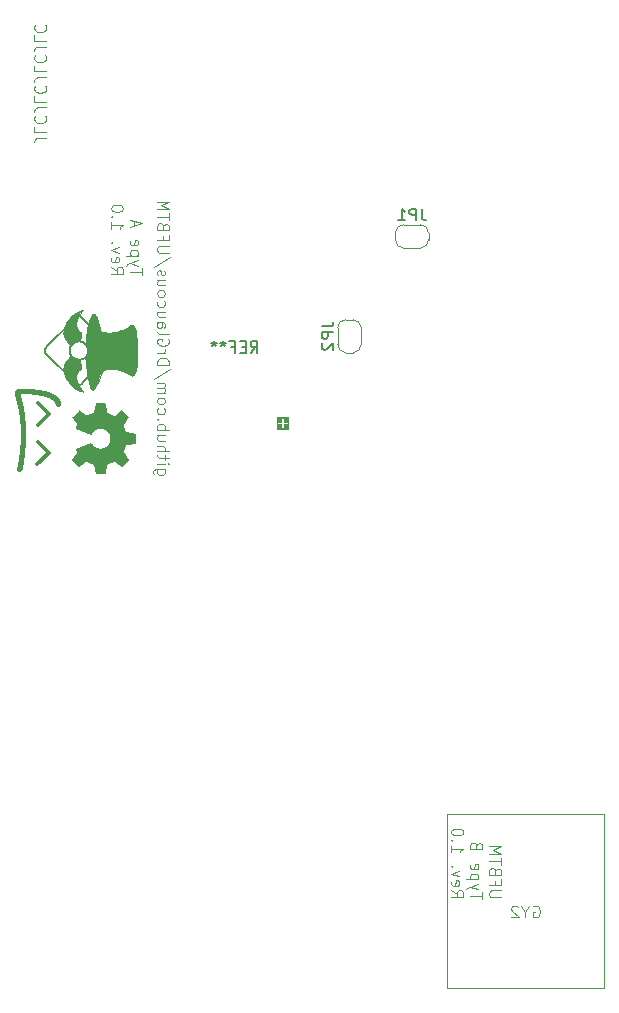
<source format=gbo>
G04 #@! TF.GenerationSoftware,KiCad,Pcbnew,9.0.2*
G04 #@! TF.CreationDate,2025-07-09T02:03:57-04:00*
G04 #@! TF.ProjectId,FBT,4642542e-6b69-4636-9164-5f7063625858,rev?*
G04 #@! TF.SameCoordinates,Original*
G04 #@! TF.FileFunction,Legend,Bot*
G04 #@! TF.FilePolarity,Positive*
%FSLAX46Y46*%
G04 Gerber Fmt 4.6, Leading zero omitted, Abs format (unit mm)*
G04 Created by KiCad (PCBNEW 9.0.2) date 2025-07-09 02:03:57*
%MOMM*%
%LPD*%
G01*
G04 APERTURE LIST*
%ADD10C,0.000000*%
%ADD11C,0.211666*%
%ADD12C,0.417912*%
%ADD13C,0.334821*%
%ADD14C,0.114152*%
%ADD15C,0.100000*%
%ADD16C,0.150000*%
%ADD17C,0.120000*%
G04 APERTURE END LIST*
D10*
G36*
X139021423Y-83188055D02*
G01*
X139023134Y-83188176D01*
X139024836Y-83188378D01*
X139026525Y-83188661D01*
X139028201Y-83189021D01*
X139029860Y-83189458D01*
X139031499Y-83189968D01*
X139033117Y-83190550D01*
X139034710Y-83191201D01*
X139036277Y-83191920D01*
X139037815Y-83192705D01*
X139039322Y-83193552D01*
X139040794Y-83194461D01*
X139042230Y-83195428D01*
X139043627Y-83196453D01*
X139044982Y-83197532D01*
X139046294Y-83198664D01*
X139047559Y-83199847D01*
X139048776Y-83201078D01*
X139049941Y-83202355D01*
X139051053Y-83203676D01*
X139052108Y-83205040D01*
X139053105Y-83206444D01*
X139054040Y-83207885D01*
X139054912Y-83209363D01*
X139055718Y-83210873D01*
X139056456Y-83212416D01*
X139057122Y-83213988D01*
X139057715Y-83215587D01*
X139058232Y-83217212D01*
X139058671Y-83218859D01*
X139059029Y-83220528D01*
X139058955Y-83220451D01*
X139195651Y-83955165D01*
X139195999Y-83956848D01*
X139196425Y-83958537D01*
X139196925Y-83960231D01*
X139197497Y-83961926D01*
X139198848Y-83965308D01*
X139200459Y-83968663D01*
X139202311Y-83971968D01*
X139204383Y-83975200D01*
X139206658Y-83978338D01*
X139209115Y-83981359D01*
X139211735Y-83984242D01*
X139214500Y-83986964D01*
X139217389Y-83989503D01*
X139220383Y-83991837D01*
X139223463Y-83993945D01*
X139226610Y-83995803D01*
X139229805Y-83997390D01*
X139231414Y-83998075D01*
X139233027Y-83998683D01*
X139758540Y-84223915D01*
X139761691Y-84225372D01*
X139765028Y-84226597D01*
X139768525Y-84227591D01*
X139772152Y-84228358D01*
X139775880Y-84228897D01*
X139779681Y-84229211D01*
X139783525Y-84229301D01*
X139787386Y-84229169D01*
X139791233Y-84228817D01*
X139795038Y-84228246D01*
X139798773Y-84227458D01*
X139802409Y-84226455D01*
X139805918Y-84225238D01*
X139809270Y-84223809D01*
X139812437Y-84222170D01*
X139815390Y-84220321D01*
X140439548Y-83792263D01*
X140440975Y-83791343D01*
X140442445Y-83790494D01*
X140443954Y-83789717D01*
X140445500Y-83789010D01*
X140447079Y-83788374D01*
X140448687Y-83787808D01*
X140450322Y-83787312D01*
X140451981Y-83786886D01*
X140455355Y-83786243D01*
X140458783Y-83785877D01*
X140462240Y-83785784D01*
X140465699Y-83785964D01*
X140469134Y-83786415D01*
X140472519Y-83787134D01*
X140475829Y-83788119D01*
X140477447Y-83788711D01*
X140479037Y-83789369D01*
X140480595Y-83790092D01*
X140482117Y-83790881D01*
X140483602Y-83791735D01*
X140485044Y-83792654D01*
X140486442Y-83793638D01*
X140487791Y-83794686D01*
X140489089Y-83795798D01*
X140490332Y-83796973D01*
X141025133Y-84331700D01*
X141026316Y-84332936D01*
X141027435Y-84334227D01*
X141028490Y-84335571D01*
X141029480Y-84336963D01*
X141030405Y-84338400D01*
X141031266Y-84339879D01*
X141032790Y-84342951D01*
X141034051Y-84346152D01*
X141035046Y-84349455D01*
X141035772Y-84352836D01*
X141036227Y-84356267D01*
X141036410Y-84359722D01*
X141036317Y-84363177D01*
X141035947Y-84366603D01*
X141035297Y-84369976D01*
X141034364Y-84373269D01*
X141033792Y-84374878D01*
X141033148Y-84376456D01*
X141032432Y-84378002D01*
X141031644Y-84379511D01*
X141030784Y-84380981D01*
X141029851Y-84382408D01*
X140594075Y-85017278D01*
X140592236Y-85020221D01*
X140590597Y-85023383D01*
X140589161Y-85026737D01*
X140587931Y-85030251D01*
X140586907Y-85033898D01*
X140586093Y-85037647D01*
X140585491Y-85041470D01*
X140585102Y-85045338D01*
X140584929Y-85049220D01*
X140584975Y-85053088D01*
X140585241Y-85056912D01*
X140585729Y-85060664D01*
X140586442Y-85064313D01*
X140587382Y-85067830D01*
X140588551Y-85071187D01*
X140589952Y-85074353D01*
X140798479Y-85583688D01*
X140799703Y-85586923D01*
X140801226Y-85590130D01*
X140803026Y-85593288D01*
X140805081Y-85596378D01*
X140807367Y-85599381D01*
X140809864Y-85602278D01*
X140812548Y-85605050D01*
X140815397Y-85607678D01*
X140818390Y-85610143D01*
X140821503Y-85612425D01*
X140824715Y-85614505D01*
X140828003Y-85616365D01*
X140831345Y-85617985D01*
X140834719Y-85619345D01*
X140838102Y-85620428D01*
X140841472Y-85621213D01*
X141601578Y-85762703D01*
X141603254Y-85763053D01*
X141604907Y-85763486D01*
X141606538Y-85763997D01*
X141608143Y-85764586D01*
X141609720Y-85765248D01*
X141611267Y-85765982D01*
X141612783Y-85766785D01*
X141614265Y-85767654D01*
X141615710Y-85768588D01*
X141617118Y-85769582D01*
X141619811Y-85771746D01*
X141622326Y-85774125D01*
X141624648Y-85776700D01*
X141626759Y-85779448D01*
X141628642Y-85782352D01*
X141630282Y-85785389D01*
X141631005Y-85786951D01*
X141631661Y-85788540D01*
X141632247Y-85790152D01*
X141632762Y-85791785D01*
X141633204Y-85793436D01*
X141633570Y-85795102D01*
X141633858Y-85796782D01*
X141634066Y-85798473D01*
X141634193Y-85800172D01*
X141634235Y-85801876D01*
X141634235Y-86558088D01*
X141634193Y-86559792D01*
X141634066Y-86561491D01*
X141633858Y-86563181D01*
X141633570Y-86564861D01*
X141633204Y-86566528D01*
X141632763Y-86568179D01*
X141632248Y-86569812D01*
X141631662Y-86571424D01*
X141631007Y-86573012D01*
X141630284Y-86574575D01*
X141629497Y-86576109D01*
X141628646Y-86577612D01*
X141627735Y-86579082D01*
X141626765Y-86580515D01*
X141625739Y-86581910D01*
X141624657Y-86583264D01*
X141623524Y-86584574D01*
X141622340Y-86585838D01*
X141621108Y-86587053D01*
X141619829Y-86588217D01*
X141618507Y-86589327D01*
X141617142Y-86590381D01*
X141615738Y-86591376D01*
X141614296Y-86592309D01*
X141612819Y-86593179D01*
X141611307Y-86593982D01*
X141609765Y-86594716D01*
X141608193Y-86595378D01*
X141606594Y-86595966D01*
X141604969Y-86596478D01*
X141603322Y-86596910D01*
X141601653Y-86597261D01*
X140841470Y-86738676D01*
X140839788Y-86739031D01*
X140838100Y-86739463D01*
X140834716Y-86740546D01*
X140831342Y-86741908D01*
X140828000Y-86743528D01*
X140824712Y-86745388D01*
X140821499Y-86747468D01*
X140818386Y-86749750D01*
X140815393Y-86752214D01*
X140812544Y-86754841D01*
X140809859Y-86757613D01*
X140807363Y-86760510D01*
X140805076Y-86763512D01*
X140803022Y-86766602D01*
X140801223Y-86769760D01*
X140800425Y-86771358D01*
X140799700Y-86772966D01*
X140799049Y-86774581D01*
X140798476Y-86776201D01*
X140589948Y-87285611D01*
X140588561Y-87288791D01*
X140587401Y-87292159D01*
X140586468Y-87295686D01*
X140585759Y-87299343D01*
X140585273Y-87303100D01*
X140585007Y-87306929D01*
X140584959Y-87310799D01*
X140585129Y-87314682D01*
X140585514Y-87318548D01*
X140586112Y-87322369D01*
X140586921Y-87326114D01*
X140587940Y-87329755D01*
X140589166Y-87333262D01*
X140590598Y-87336605D01*
X140592233Y-87339756D01*
X140594071Y-87342686D01*
X141029851Y-87977556D01*
X141030777Y-87978990D01*
X141031630Y-87980466D01*
X141032412Y-87981981D01*
X141033123Y-87983532D01*
X141033762Y-87985116D01*
X141034330Y-87986729D01*
X141034827Y-87988369D01*
X141035254Y-87990031D01*
X141035611Y-87991713D01*
X141035898Y-87993411D01*
X141036264Y-87996844D01*
X141036354Y-88000303D01*
X141036171Y-88003762D01*
X141035716Y-88007197D01*
X141034993Y-88010580D01*
X141034002Y-88013885D01*
X141033408Y-88015500D01*
X141032748Y-88017087D01*
X141032022Y-88018641D01*
X141031231Y-88020159D01*
X141030375Y-88021639D01*
X141029455Y-88023076D01*
X141028470Y-88024468D01*
X141027421Y-88025811D01*
X141026308Y-88027103D01*
X141025132Y-88028339D01*
X140490332Y-88563064D01*
X140489088Y-88564241D01*
X140487790Y-88565354D01*
X140486441Y-88566404D01*
X140485044Y-88567390D01*
X140483601Y-88568312D01*
X140482117Y-88569169D01*
X140479037Y-88570690D01*
X140475829Y-88571949D01*
X140472519Y-88572944D01*
X140469133Y-88573672D01*
X140465698Y-88574131D01*
X140462239Y-88574318D01*
X140458783Y-88574229D01*
X140455355Y-88573864D01*
X140451981Y-88573218D01*
X140448687Y-88572290D01*
X140447078Y-88571719D01*
X140445500Y-88571077D01*
X140443954Y-88570362D01*
X140442445Y-88569575D01*
X140440975Y-88568716D01*
X140439548Y-88567783D01*
X139815464Y-88139650D01*
X139812510Y-88137826D01*
X139809344Y-88136207D01*
X139805992Y-88134793D01*
X139802484Y-88133588D01*
X139798848Y-88132593D01*
X139795113Y-88131811D01*
X139791308Y-88131243D01*
X139787461Y-88130891D01*
X139783600Y-88130758D01*
X139779755Y-88130846D01*
X139775954Y-88131157D01*
X139772226Y-88131692D01*
X139768599Y-88132454D01*
X139765103Y-88133445D01*
X139761765Y-88134668D01*
X139758614Y-88136123D01*
X139233101Y-88361354D01*
X139229880Y-88362632D01*
X139226688Y-88364204D01*
X139223544Y-88366048D01*
X139220468Y-88368142D01*
X139217479Y-88370464D01*
X139214595Y-88372993D01*
X139211836Y-88375706D01*
X139209220Y-88378581D01*
X139206766Y-88381597D01*
X139204493Y-88384731D01*
X139202421Y-88387962D01*
X139200568Y-88391268D01*
X139198953Y-88394626D01*
X139197594Y-88398015D01*
X139196512Y-88401412D01*
X139195725Y-88404797D01*
X139059028Y-89139511D01*
X139058671Y-89141186D01*
X139058232Y-89142839D01*
X139057715Y-89144469D01*
X139057121Y-89146072D01*
X139056453Y-89147648D01*
X139055715Y-89149193D01*
X139054907Y-89150706D01*
X139054034Y-89152186D01*
X139053097Y-89153629D01*
X139052098Y-89155033D01*
X139049928Y-89157720D01*
X139047544Y-89160229D01*
X139044966Y-89162543D01*
X139042214Y-89164647D01*
X139039309Y-89166524D01*
X139036270Y-89168157D01*
X139034706Y-89168877D01*
X139033117Y-89169530D01*
X139031505Y-89170114D01*
X139029872Y-89170627D01*
X139028221Y-89171066D01*
X139026554Y-89171430D01*
X139024874Y-89171717D01*
X139023183Y-89171925D01*
X139021485Y-89172051D01*
X139019780Y-89172093D01*
X138263420Y-89172093D01*
X138261709Y-89172050D01*
X138260003Y-89171924D01*
X138258307Y-89171716D01*
X138256621Y-89171427D01*
X138254949Y-89171062D01*
X138253294Y-89170620D01*
X138251656Y-89170106D01*
X138250040Y-89169520D01*
X138248448Y-89168864D01*
X138246882Y-89168142D01*
X138245345Y-89167354D01*
X138243839Y-89166504D01*
X138242367Y-89165593D01*
X138240931Y-89164623D01*
X138239534Y-89163596D01*
X138238178Y-89162515D01*
X138236866Y-89161381D01*
X138235601Y-89160197D01*
X138234384Y-89158965D01*
X138233219Y-89157687D01*
X138232108Y-89156365D01*
X138231054Y-89155000D01*
X138230058Y-89153596D01*
X138229124Y-89152154D01*
X138228254Y-89150676D01*
X138227451Y-89149165D01*
X138226717Y-89147623D01*
X138226054Y-89146051D01*
X138225466Y-89144451D01*
X138224954Y-89142827D01*
X138224522Y-89141179D01*
X138224171Y-89139511D01*
X138090770Y-88422849D01*
X138090428Y-88421167D01*
X138090007Y-88419481D01*
X138089510Y-88417793D01*
X138088940Y-88416105D01*
X138087587Y-88412744D01*
X138085969Y-88409418D01*
X138084105Y-88406151D01*
X138082017Y-88402963D01*
X138079722Y-88399877D01*
X138077242Y-88396915D01*
X138074596Y-88394099D01*
X138071803Y-88391450D01*
X138068885Y-88388991D01*
X138065860Y-88386743D01*
X138062749Y-88384728D01*
X138059571Y-88382969D01*
X138057964Y-88382192D01*
X138056347Y-88381487D01*
X138054723Y-88380856D01*
X138053095Y-88380304D01*
X137494026Y-88156568D01*
X137490846Y-88155182D01*
X137487478Y-88154025D01*
X137483951Y-88153095D01*
X137480295Y-88152391D01*
X137476537Y-88151910D01*
X137472709Y-88151651D01*
X137468839Y-88151610D01*
X137464955Y-88151787D01*
X137461089Y-88152179D01*
X137457269Y-88152783D01*
X137453523Y-88153599D01*
X137449883Y-88154623D01*
X137446376Y-88155854D01*
X137443032Y-88157289D01*
X137439880Y-88158927D01*
X137436951Y-88160766D01*
X136843577Y-88567859D01*
X136842144Y-88568785D01*
X136840667Y-88569638D01*
X136839152Y-88570420D01*
X136837601Y-88571131D01*
X136836017Y-88571770D01*
X136834404Y-88572338D01*
X136832764Y-88572835D01*
X136831101Y-88573262D01*
X136829419Y-88573619D01*
X136827720Y-88573906D01*
X136824286Y-88574272D01*
X136820824Y-88574362D01*
X136817361Y-88574179D01*
X136813923Y-88573724D01*
X136810535Y-88573000D01*
X136807224Y-88572010D01*
X136805605Y-88571415D01*
X136804015Y-88570755D01*
X136802456Y-88570030D01*
X136800934Y-88569239D01*
X136799449Y-88568383D01*
X136798007Y-88567462D01*
X136796609Y-88566478D01*
X136795260Y-88565429D01*
X136793962Y-88564316D01*
X136792718Y-88563140D01*
X136257910Y-88028339D01*
X136256733Y-88027103D01*
X136255620Y-88025811D01*
X136254571Y-88024468D01*
X136253585Y-88023076D01*
X136252665Y-88021638D01*
X136251808Y-88020159D01*
X136250291Y-88017086D01*
X136249037Y-88013885D01*
X136248046Y-88010579D01*
X136247323Y-88007196D01*
X136246868Y-88003762D01*
X136246685Y-88000303D01*
X136246776Y-87996843D01*
X136247142Y-87993411D01*
X136247786Y-87990031D01*
X136248711Y-87986729D01*
X136249280Y-87985116D01*
X136249919Y-87983532D01*
X136250629Y-87981981D01*
X136251411Y-87980466D01*
X136252265Y-87978990D01*
X136253191Y-87977556D01*
X136653236Y-87394818D01*
X136655064Y-87391881D01*
X136656667Y-87388736D01*
X136658044Y-87385412D01*
X136659194Y-87381937D01*
X136660118Y-87378340D01*
X136660815Y-87374650D01*
X136661284Y-87370895D01*
X136661525Y-87367104D01*
X136661538Y-87363307D01*
X136661322Y-87359531D01*
X136660877Y-87355805D01*
X136660202Y-87352159D01*
X136659297Y-87348621D01*
X136658162Y-87345219D01*
X136656796Y-87341983D01*
X136655199Y-87338941D01*
X136517982Y-87081952D01*
X136517240Y-87080421D01*
X136516588Y-87078876D01*
X136516024Y-87077320D01*
X136515548Y-87075756D01*
X136515158Y-87074187D01*
X136514853Y-87072615D01*
X136514633Y-87071043D01*
X136514495Y-87069474D01*
X136514440Y-87067911D01*
X136514466Y-87066356D01*
X136514572Y-87064811D01*
X136514757Y-87063281D01*
X136515021Y-87061766D01*
X136515361Y-87060271D01*
X136515777Y-87058797D01*
X136516269Y-87057348D01*
X136516834Y-87055926D01*
X136517472Y-87054534D01*
X136518182Y-87053175D01*
X136518963Y-87051851D01*
X136519814Y-87050565D01*
X136520733Y-87049320D01*
X136521721Y-87048118D01*
X136522775Y-87046963D01*
X136523895Y-87045856D01*
X136525079Y-87044801D01*
X136526328Y-87043800D01*
X136527638Y-87042857D01*
X136529011Y-87041973D01*
X136530444Y-87041151D01*
X136531937Y-87040395D01*
X136533488Y-87039707D01*
X137814163Y-86509776D01*
X137815756Y-86509163D01*
X137817373Y-86508631D01*
X137819011Y-86508179D01*
X137820667Y-86507806D01*
X137822339Y-86507510D01*
X137824022Y-86507291D01*
X137825714Y-86507148D01*
X137827412Y-86507079D01*
X137829113Y-86507085D01*
X137830814Y-86507163D01*
X137832512Y-86507314D01*
X137834203Y-86507535D01*
X137835885Y-86507826D01*
X137837555Y-86508187D01*
X137839209Y-86508615D01*
X137840845Y-86509110D01*
X137842459Y-86509671D01*
X137844049Y-86510298D01*
X137845611Y-86510988D01*
X137847142Y-86511742D01*
X137848640Y-86512558D01*
X137850101Y-86513434D01*
X137851523Y-86514372D01*
X137852901Y-86515368D01*
X137854234Y-86516423D01*
X137855518Y-86517535D01*
X137856750Y-86518703D01*
X137857927Y-86519926D01*
X137859046Y-86521204D01*
X137860104Y-86522535D01*
X137861098Y-86523919D01*
X137862024Y-86525354D01*
X137901422Y-86589695D01*
X137904377Y-86594343D01*
X137907743Y-86599294D01*
X137911451Y-86604460D01*
X137915428Y-86609750D01*
X137919601Y-86615075D01*
X137923899Y-86620346D01*
X137928249Y-86625473D01*
X137932580Y-86630367D01*
X137961730Y-86672941D01*
X137993378Y-86713574D01*
X138027415Y-86752154D01*
X138063730Y-86788569D01*
X138102214Y-86822709D01*
X138142757Y-86854463D01*
X138185247Y-86883720D01*
X138229576Y-86910369D01*
X138275634Y-86934299D01*
X138323309Y-86955398D01*
X138372493Y-86973555D01*
X138423075Y-86988661D01*
X138474945Y-87000602D01*
X138527993Y-87009270D01*
X138582110Y-87014552D01*
X138637184Y-87016337D01*
X138680231Y-87015249D01*
X138722713Y-87012019D01*
X138764577Y-87006701D01*
X138805771Y-86999346D01*
X138846242Y-86990007D01*
X138885937Y-86978738D01*
X138924805Y-86965589D01*
X138962792Y-86950615D01*
X138999846Y-86933867D01*
X139035915Y-86915398D01*
X139070945Y-86895261D01*
X139104885Y-86873508D01*
X139137681Y-86850192D01*
X139169282Y-86825365D01*
X139199634Y-86799079D01*
X139228685Y-86771389D01*
X139256383Y-86742345D01*
X139282674Y-86712000D01*
X139307507Y-86680408D01*
X139330829Y-86647620D01*
X139352587Y-86613689D01*
X139372729Y-86578668D01*
X139391202Y-86542610D01*
X139407954Y-86505566D01*
X139422931Y-86467590D01*
X139436082Y-86428733D01*
X139447355Y-86389049D01*
X139456695Y-86348590D01*
X139464051Y-86307409D01*
X139469371Y-86265558D01*
X139472601Y-86223089D01*
X139473690Y-86180056D01*
X139472601Y-86137023D01*
X139469371Y-86094554D01*
X139464051Y-86052703D01*
X139456695Y-86011522D01*
X139447355Y-85971063D01*
X139436082Y-85931379D01*
X139422931Y-85892522D01*
X139407954Y-85854546D01*
X139391202Y-85817502D01*
X139372729Y-85781443D01*
X139352587Y-85746422D01*
X139330829Y-85712492D01*
X139307507Y-85679704D01*
X139282674Y-85648111D01*
X139256383Y-85617767D01*
X139228685Y-85588723D01*
X139199634Y-85561032D01*
X139169282Y-85534747D01*
X139137681Y-85509920D01*
X139104885Y-85486603D01*
X139070945Y-85464850D01*
X139035915Y-85444713D01*
X138999846Y-85426244D01*
X138962792Y-85409496D01*
X138924805Y-85394522D01*
X138885937Y-85381374D01*
X138846242Y-85370104D01*
X138805771Y-85360766D01*
X138764577Y-85353411D01*
X138722713Y-85348092D01*
X138680231Y-85344863D01*
X138637184Y-85343775D01*
X138609534Y-85344223D01*
X138582110Y-85345560D01*
X138554925Y-85347771D01*
X138527993Y-85350842D01*
X138501329Y-85354759D01*
X138474945Y-85359509D01*
X138448856Y-85365078D01*
X138423075Y-85371451D01*
X138397616Y-85378615D01*
X138372493Y-85386556D01*
X138347720Y-85395260D01*
X138323309Y-85404714D01*
X138299276Y-85414903D01*
X138275634Y-85425813D01*
X138229576Y-85449742D01*
X138185247Y-85476391D01*
X138142757Y-85505648D01*
X138102214Y-85537402D01*
X138063730Y-85571542D01*
X138027415Y-85607958D01*
X137993378Y-85646537D01*
X137961730Y-85687170D01*
X137932580Y-85729745D01*
X137928272Y-85734617D01*
X137923932Y-85739732D01*
X137919636Y-85744999D01*
X137915459Y-85750324D01*
X137911474Y-85755614D01*
X137907757Y-85760775D01*
X137904381Y-85765716D01*
X137901422Y-85770342D01*
X137862024Y-85834682D01*
X137861098Y-85836111D01*
X137860104Y-85837489D01*
X137859047Y-85838815D01*
X137857928Y-85840089D01*
X137856751Y-85841309D01*
X137855519Y-85842474D01*
X137852903Y-85844637D01*
X137850103Y-85846569D01*
X137847144Y-85848262D01*
X137844051Y-85849709D01*
X137840846Y-85850899D01*
X137837556Y-85851827D01*
X137834205Y-85852483D01*
X137830815Y-85852859D01*
X137827413Y-85852948D01*
X137824023Y-85852740D01*
X137822339Y-85852523D01*
X137820668Y-85852229D01*
X137819011Y-85851856D01*
X137817373Y-85851405D01*
X137815755Y-85850873D01*
X137814162Y-85850260D01*
X136533416Y-85320404D01*
X136531864Y-85319716D01*
X136530372Y-85318961D01*
X136528940Y-85318141D01*
X136527570Y-85317258D01*
X136526261Y-85316316D01*
X136525016Y-85315318D01*
X136523836Y-85314265D01*
X136522720Y-85313161D01*
X136521670Y-85312007D01*
X136520687Y-85310808D01*
X136519772Y-85309565D01*
X136518926Y-85308282D01*
X136518150Y-85306960D01*
X136517444Y-85305603D01*
X136516810Y-85304213D01*
X136516249Y-85302793D01*
X136515761Y-85301345D01*
X136515348Y-85299873D01*
X136515010Y-85298379D01*
X136514749Y-85296865D01*
X136514564Y-85295334D01*
X136514459Y-85293790D01*
X136514432Y-85292234D01*
X136514485Y-85290669D01*
X136514619Y-85289098D01*
X136514836Y-85287524D01*
X136515135Y-85285950D01*
X136515518Y-85284377D01*
X136515987Y-85282809D01*
X136516540Y-85281248D01*
X136517181Y-85279697D01*
X136517909Y-85278159D01*
X136655129Y-85021170D01*
X136656739Y-85018115D01*
X136658116Y-85014867D01*
X136659260Y-85011456D01*
X136660173Y-85007910D01*
X136660855Y-85004258D01*
X136661306Y-85000528D01*
X136661527Y-84996750D01*
X136661518Y-84992951D01*
X136661281Y-84989161D01*
X136660814Y-84985409D01*
X136660120Y-84981723D01*
X136659199Y-84978132D01*
X136658051Y-84974665D01*
X136656676Y-84971350D01*
X136655075Y-84968216D01*
X136653250Y-84965293D01*
X136253199Y-84382551D01*
X136252280Y-84381118D01*
X136251433Y-84379642D01*
X136250657Y-84378127D01*
X136249952Y-84376576D01*
X136249318Y-84374992D01*
X136248754Y-84373379D01*
X136248261Y-84371740D01*
X136247838Y-84370078D01*
X136247200Y-84366700D01*
X136246838Y-84363269D01*
X136246751Y-84359812D01*
X136246935Y-84356355D01*
X136247389Y-84352925D01*
X136248110Y-84349547D01*
X136249096Y-84346248D01*
X136249688Y-84344636D01*
X136250345Y-84343053D01*
X136251067Y-84341503D01*
X136251854Y-84339989D01*
X136252705Y-84338515D01*
X136253620Y-84337083D01*
X136254600Y-84335696D01*
X136255643Y-84334359D01*
X136256749Y-84333073D01*
X136257918Y-84331844D01*
X136792718Y-83797036D01*
X136793962Y-83795854D01*
X136795260Y-83794736D01*
X136796609Y-83793682D01*
X136798007Y-83792692D01*
X136799449Y-83791767D01*
X136800934Y-83790907D01*
X136804015Y-83789384D01*
X136807224Y-83788124D01*
X136810535Y-83787130D01*
X136813923Y-83786404D01*
X136817361Y-83785948D01*
X136820824Y-83785766D01*
X136824286Y-83785859D01*
X136827720Y-83786229D01*
X136831101Y-83786879D01*
X136834403Y-83787812D01*
X136836017Y-83788384D01*
X136837601Y-83789028D01*
X136839152Y-83789744D01*
X136840667Y-83790532D01*
X136842143Y-83791392D01*
X136843577Y-83792325D01*
X137436876Y-84199419D01*
X137439818Y-84201244D01*
X137442978Y-84202871D01*
X137446328Y-84204296D01*
X137449838Y-84205519D01*
X137453481Y-84206538D01*
X137457226Y-84207349D01*
X137461045Y-84207951D01*
X137464908Y-84208343D01*
X137468787Y-84208520D01*
X137472654Y-84208483D01*
X137476478Y-84208228D01*
X137480231Y-84207754D01*
X137483883Y-84207057D01*
X137487407Y-84206137D01*
X137490773Y-84204991D01*
X137493951Y-84203617D01*
X138053021Y-83979885D01*
X138056271Y-83978691D01*
X138059493Y-83977202D01*
X138062668Y-83975440D01*
X138065775Y-83973426D01*
X138068795Y-83971182D01*
X138071709Y-83968727D01*
X138074496Y-83966084D01*
X138077139Y-83963275D01*
X138079616Y-83960319D01*
X138081909Y-83957240D01*
X138083997Y-83954057D01*
X138085862Y-83950792D01*
X138087484Y-83947467D01*
X138088844Y-83944102D01*
X138089921Y-83940720D01*
X138090347Y-83939028D01*
X138090696Y-83937340D01*
X138224097Y-83220677D01*
X138224442Y-83219009D01*
X138224869Y-83217361D01*
X138225376Y-83215737D01*
X138225962Y-83214138D01*
X138226622Y-83212566D01*
X138227355Y-83211024D01*
X138228158Y-83209512D01*
X138229029Y-83208035D01*
X138229964Y-83206593D01*
X138230961Y-83205189D01*
X138233131Y-83202502D01*
X138235519Y-83199991D01*
X138238103Y-83197674D01*
X138240863Y-83195566D01*
X138243777Y-83193685D01*
X138246825Y-83192047D01*
X138249987Y-83190669D01*
X138251603Y-83190083D01*
X138253240Y-83189568D01*
X138254895Y-83189127D01*
X138256565Y-83188761D01*
X138258248Y-83188473D01*
X138259940Y-83188265D01*
X138261640Y-83188138D01*
X138263345Y-83188095D01*
X139019706Y-83188020D01*
X139021423Y-83188055D01*
G37*
D11*
X136826724Y-75803297D02*
X136846481Y-75804713D01*
X136866166Y-75807074D01*
X136885740Y-75810378D01*
X136905168Y-75814627D01*
X136924412Y-75819820D01*
X136943437Y-75825958D01*
X136962204Y-75833039D01*
X136980679Y-75841065D01*
X136998823Y-75850035D01*
X137016601Y-75859949D01*
X137033976Y-75870807D01*
X137050910Y-75882610D01*
X137067368Y-75895357D01*
X137083312Y-75909048D01*
X137098707Y-75923683D01*
X139592592Y-78417567D01*
X139607227Y-78432962D01*
X139620918Y-78448906D01*
X139633664Y-78465364D01*
X139645467Y-78482298D01*
X139656325Y-78499673D01*
X139666239Y-78517450D01*
X139675209Y-78535595D01*
X139683235Y-78554069D01*
X139690317Y-78572837D01*
X139696454Y-78591861D01*
X139701647Y-78611106D01*
X139705896Y-78630533D01*
X139709201Y-78650108D01*
X139711561Y-78669792D01*
X139712978Y-78689550D01*
X139713450Y-78709344D01*
X139712978Y-78729139D01*
X139711561Y-78748896D01*
X139709201Y-78768581D01*
X139705896Y-78788155D01*
X139701647Y-78807583D01*
X139696454Y-78826827D01*
X139690317Y-78845851D01*
X139683235Y-78864619D01*
X139675209Y-78883094D01*
X139666239Y-78901238D01*
X139656325Y-78919016D01*
X139645467Y-78936390D01*
X139633664Y-78953325D01*
X139620918Y-78969782D01*
X139607227Y-78985727D01*
X139592592Y-79001121D01*
X137098707Y-81495006D01*
X137083312Y-81509641D01*
X137067368Y-81523332D01*
X137050910Y-81536079D01*
X137033976Y-81547882D01*
X137016601Y-81558740D01*
X136998823Y-81568654D01*
X136980679Y-81577624D01*
X136962204Y-81585650D01*
X136943437Y-81592731D01*
X136924412Y-81598869D01*
X136905168Y-81604062D01*
X136885740Y-81608311D01*
X136866166Y-81611616D01*
X136846481Y-81613976D01*
X136826724Y-81615392D01*
X136806929Y-81615865D01*
X136787135Y-81615392D01*
X136767377Y-81613976D01*
X136747693Y-81611616D01*
X136728118Y-81608311D01*
X136708691Y-81604062D01*
X136689446Y-81598869D01*
X136670422Y-81592731D01*
X136651654Y-81585650D01*
X136633180Y-81577624D01*
X136615035Y-81568654D01*
X136597258Y-81558740D01*
X136579883Y-81547882D01*
X136562949Y-81536079D01*
X136546491Y-81523332D01*
X136530546Y-81509641D01*
X136515152Y-81495006D01*
X134021267Y-79001121D01*
X134006632Y-78985727D01*
X133992941Y-78969782D01*
X133980194Y-78953325D01*
X133968391Y-78936390D01*
X133957533Y-78919016D01*
X133947619Y-78901238D01*
X133938649Y-78883094D01*
X133930623Y-78864619D01*
X133923542Y-78845851D01*
X133917404Y-78826827D01*
X133912211Y-78807583D01*
X133907962Y-78788155D01*
X133904658Y-78768581D01*
X133902297Y-78748896D01*
X133900881Y-78729139D01*
X133900409Y-78709344D01*
X133900881Y-78689550D01*
X133902297Y-78669792D01*
X133904658Y-78650108D01*
X133907962Y-78630533D01*
X133912211Y-78611106D01*
X133917404Y-78591861D01*
X133923542Y-78572837D01*
X133930623Y-78554069D01*
X133938649Y-78535595D01*
X133947619Y-78517450D01*
X133957533Y-78499673D01*
X133968391Y-78482298D01*
X133980194Y-78465364D01*
X133992941Y-78448906D01*
X134006632Y-78432962D01*
X134021267Y-78417567D01*
X136515152Y-75923683D01*
X136530546Y-75909048D01*
X136546491Y-75895357D01*
X136562949Y-75882610D01*
X136579883Y-75870807D01*
X136597258Y-75859949D01*
X136615035Y-75850035D01*
X136633180Y-75841065D01*
X136651654Y-75833039D01*
X136670422Y-75825958D01*
X136689446Y-75819820D01*
X136708691Y-75814627D01*
X136728118Y-75810378D01*
X136747693Y-75807074D01*
X136767377Y-75804713D01*
X136787135Y-75803297D01*
X136806929Y-75802825D01*
X136826724Y-75803297D01*
D12*
X131631268Y-82628681D02*
X131629269Y-82622164D01*
X131627305Y-82615689D01*
X131625406Y-82609360D01*
X131623541Y-82603072D01*
X131621737Y-82596923D01*
X131619966Y-82590814D01*
X131618255Y-82584837D01*
X131616576Y-82578900D01*
X131614954Y-82573089D01*
X131613363Y-82567316D01*
X131611827Y-82561665D01*
X131610321Y-82556050D01*
X131608867Y-82550552D01*
X131607444Y-82545090D01*
X131606071Y-82539739D01*
X131604727Y-82534423D01*
X131603431Y-82529214D01*
X131602165Y-82524040D01*
X131600944Y-82518968D01*
X131599752Y-82513929D01*
X131598605Y-82508990D01*
X131597485Y-82504083D01*
X131596408Y-82499271D01*
X131595358Y-82494491D01*
X131594349Y-82489803D01*
X131593368Y-82485145D01*
X131592426Y-82480577D01*
X131591510Y-82476038D01*
X131590632Y-82471585D01*
X131589781Y-82467161D01*
X131588966Y-82462820D01*
X131588176Y-82458507D01*
X131587422Y-82454274D01*
X131586693Y-82450069D01*
X131585998Y-82445941D01*
X131585328Y-82441841D01*
X131584690Y-82437815D01*
X131584078Y-82433816D01*
X131583496Y-82429889D01*
X131582939Y-82425988D01*
X131582411Y-82422156D01*
X131581908Y-82418351D01*
X131581434Y-82414613D01*
X131580983Y-82410899D01*
X131580561Y-82407252D01*
X131580161Y-82403628D01*
X131579789Y-82400068D01*
X131579440Y-82396532D01*
X131579116Y-82393058D01*
X131578816Y-82389606D01*
X131578540Y-82386215D01*
X131578286Y-82382846D01*
X131578057Y-82379535D01*
X131577850Y-82376246D01*
X131577666Y-82373013D01*
X131577504Y-82369802D01*
X131577364Y-82366646D01*
X131577246Y-82363510D01*
X131577150Y-82360428D01*
X131577074Y-82357367D01*
X131577020Y-82354356D01*
X131576986Y-82351366D01*
X131576973Y-82348426D01*
X131576980Y-82345506D01*
X131577007Y-82342634D01*
X131577053Y-82339782D01*
X131577120Y-82336976D01*
X131577205Y-82334190D01*
X131577310Y-82331449D01*
X131577434Y-82328728D01*
X131577576Y-82326050D01*
X131577737Y-82323390D01*
X131577915Y-82320774D01*
X131578113Y-82318175D01*
X131578327Y-82315618D01*
X131578560Y-82313079D01*
X131578810Y-82310580D01*
X131579078Y-82308099D01*
X131579362Y-82305656D01*
X131579664Y-82303231D01*
X131579981Y-82300844D01*
X131580317Y-82298474D01*
X131580668Y-82296140D01*
X131581036Y-82293823D01*
X131581419Y-82291541D01*
X131581820Y-82289276D01*
X131582235Y-82287045D01*
X131582668Y-82284831D01*
X131583114Y-82282649D01*
X131583578Y-82280484D01*
X131584055Y-82278351D01*
X131584549Y-82276234D01*
X131585056Y-82274147D01*
X131585581Y-82272077D01*
X131586118Y-82270036D01*
X131586672Y-82268011D01*
X131587239Y-82266016D01*
X131587823Y-82264035D01*
X131588419Y-82262082D01*
X131589031Y-82260145D01*
X131589656Y-82258235D01*
X131590297Y-82256339D01*
X131590951Y-82254470D01*
X131591620Y-82252616D01*
X131592302Y-82250787D01*
X131592999Y-82248973D01*
X131593709Y-82247183D01*
X131594434Y-82245407D01*
X131595172Y-82243656D01*
X131595925Y-82241918D01*
X131596690Y-82240204D01*
X131597470Y-82238503D01*
X131598263Y-82236825D01*
X131599071Y-82235161D01*
X131599891Y-82233518D01*
X131600727Y-82231889D01*
X131601574Y-82230281D01*
X131602437Y-82228686D01*
X131603312Y-82227111D01*
X131604202Y-82225550D01*
X131605104Y-82224009D01*
X131606022Y-82222480D01*
X131606952Y-82220971D01*
X131607897Y-82219474D01*
X131608854Y-82217996D01*
X131609827Y-82216531D01*
X131610812Y-82215083D01*
X131611812Y-82213649D01*
X131612825Y-82212232D01*
X131613853Y-82210827D01*
X131614895Y-82209439D01*
X131615951Y-82208064D01*
X131617021Y-82206705D01*
X131618105Y-82205358D01*
X131619204Y-82204027D01*
X131620317Y-82202709D01*
X131621444Y-82201406D01*
X131622587Y-82200115D01*
X131623744Y-82198839D01*
X131624916Y-82197576D01*
X131626102Y-82196326D01*
X131627304Y-82195090D01*
X131628520Y-82193866D01*
X131629752Y-82192656D01*
X131631000Y-82191459D01*
X131632263Y-82190274D01*
X131634835Y-82187944D01*
X131637472Y-82185664D01*
X131640173Y-82183434D01*
X131642940Y-82181253D01*
X131645774Y-82179122D01*
X131648677Y-82177039D01*
X131651650Y-82175004D01*
X131654695Y-82173018D01*
X131657813Y-82171079D01*
X131661006Y-82169188D01*
X131664275Y-82167346D01*
X131667623Y-82165551D01*
X131671051Y-82163804D01*
X131674561Y-82162106D01*
X131678154Y-82160456D01*
X131681834Y-82158854D01*
X131685602Y-82157302D01*
X131689460Y-82155800D01*
X131693410Y-82154348D01*
X131697455Y-82152947D01*
X131701597Y-82151597D01*
X131705838Y-82150299D01*
X131710181Y-82149053D01*
X131714628Y-82147862D01*
X131719182Y-82146725D01*
X131723845Y-82145644D01*
X131728620Y-82144619D01*
X131733510Y-82143651D01*
X131738517Y-82142742D01*
X131743645Y-82141893D01*
X131748896Y-82141105D01*
X131754273Y-82140379D01*
X131759779Y-82139717D01*
X131765418Y-82139120D01*
X131771193Y-82138589D01*
X131777106Y-82138126D01*
X131783161Y-82137732D01*
X131789362Y-82137410D01*
X131795713Y-82137160D01*
X131802215Y-82136985D01*
X131808874Y-82136885D01*
X131815693Y-82136864D01*
X131822676Y-82136923D01*
X131827932Y-82137018D01*
D13*
X133278334Y-88331954D02*
X134237073Y-87422380D01*
D12*
X131754183Y-88725283D02*
X131756355Y-88715984D01*
X131758986Y-88704482D01*
X131762575Y-88688520D01*
X131764710Y-88678891D01*
X131767064Y-88668178D01*
X131769629Y-88656389D01*
X131772399Y-88643537D01*
X131775366Y-88629630D01*
X131778524Y-88614678D01*
X131781865Y-88598693D01*
X131785383Y-88581683D01*
X131789072Y-88563659D01*
X131792922Y-88544631D01*
X131796929Y-88524610D01*
X131801085Y-88503605D01*
X131805383Y-88481627D01*
X131809817Y-88458685D01*
X131814378Y-88434790D01*
X131819061Y-88409952D01*
X131823858Y-88384180D01*
X131828763Y-88357486D01*
X131833768Y-88329879D01*
X131838866Y-88301369D01*
X131844052Y-88271967D01*
X131849317Y-88241682D01*
X131854655Y-88210525D01*
X131857349Y-88194622D01*
X131860058Y-88178505D01*
X131862783Y-88162176D01*
X131865521Y-88145634D01*
X131868272Y-88128882D01*
X131871036Y-88111920D01*
X131873810Y-88094751D01*
X131876595Y-88077375D01*
X131879390Y-88059793D01*
X131882193Y-88042008D01*
X131885004Y-88024019D01*
X131887822Y-88005829D01*
X131890646Y-87987438D01*
X131893475Y-87968849D01*
X131896309Y-87950061D01*
X131899146Y-87931077D01*
X131901986Y-87911897D01*
X131904827Y-87892524D01*
X131907669Y-87872957D01*
X131910512Y-87853199D01*
X131913353Y-87833251D01*
X131916193Y-87813114D01*
X131919030Y-87792789D01*
X131921863Y-87772278D01*
X131924693Y-87751581D01*
X131927517Y-87730701D01*
X131930335Y-87709637D01*
X131933146Y-87688393D01*
X131935949Y-87666968D01*
X131938744Y-87645364D01*
X131941529Y-87623583D01*
X131944304Y-87601625D01*
X131947067Y-87579492D01*
X131949819Y-87557186D01*
X131952557Y-87534707D01*
X131955281Y-87512056D01*
X131957991Y-87489236D01*
X131960685Y-87466247D01*
X131963363Y-87443090D01*
X131966023Y-87419767D01*
X131968666Y-87396279D01*
X131971289Y-87372627D01*
X131973892Y-87348813D01*
X131976474Y-87324837D01*
X131979035Y-87300702D01*
X131981573Y-87276408D01*
X131984088Y-87251957D01*
X131986579Y-87227349D01*
X131989044Y-87202587D01*
X131991484Y-87177671D01*
X131993897Y-87152603D01*
X131996281Y-87127384D01*
X131998638Y-87102015D01*
X132000965Y-87076497D01*
X132003261Y-87050832D01*
X132005527Y-87025021D01*
X132007760Y-86999065D01*
X132009960Y-86972966D01*
X132012127Y-86946725D01*
X132014259Y-86920343D01*
X132016355Y-86893820D01*
X132018415Y-86867160D01*
X132020438Y-86840362D01*
X132022423Y-86813429D01*
X132024369Y-86786361D01*
X132026275Y-86759159D01*
X132028140Y-86731826D01*
X132029963Y-86704361D01*
X132031744Y-86676767D01*
X132033482Y-86649045D01*
X132035176Y-86621195D01*
X132036824Y-86593220D01*
X132038427Y-86565121D01*
X132039983Y-86536898D01*
X132041491Y-86508553D01*
X132042951Y-86480087D01*
X132044361Y-86451502D01*
X132045721Y-86422799D01*
X132047030Y-86393979D01*
X132048287Y-86365043D01*
X132049491Y-86335993D01*
X132050642Y-86306829D01*
X132051738Y-86277554D01*
X132052778Y-86248168D01*
X132053762Y-86218673D01*
X132054689Y-86189070D01*
X132055558Y-86159359D01*
X132056368Y-86129544D01*
X132057118Y-86099624D01*
X132057808Y-86069601D01*
X132058436Y-86039476D01*
X132059001Y-86009251D01*
X132059504Y-85978927D01*
X132059942Y-85948504D01*
X132060315Y-85917985D01*
X132060623Y-85887371D01*
X132060864Y-85856662D01*
X132061037Y-85825860D01*
X132061142Y-85794967D01*
X132061177Y-85763984D01*
X132061142Y-85732911D01*
X132061037Y-85701750D01*
X132060859Y-85670503D01*
X132060609Y-85639171D01*
X132060284Y-85607754D01*
X132059886Y-85576255D01*
X132059412Y-85544674D01*
X132058862Y-85513013D01*
X132058234Y-85481273D01*
X132057529Y-85449455D01*
X132056745Y-85417561D01*
X132055881Y-85385592D01*
X132054937Y-85353548D01*
X132053911Y-85321432D01*
X132053367Y-85305348D01*
X132052803Y-85289245D01*
X132052218Y-85273125D01*
X132051612Y-85256987D01*
X132050985Y-85240833D01*
X132050336Y-85224661D01*
X132049667Y-85208472D01*
X132048976Y-85192267D01*
X132048264Y-85176045D01*
X132047530Y-85159806D01*
X132046775Y-85143552D01*
X132045998Y-85127281D01*
X132045199Y-85110994D01*
X132044378Y-85094692D01*
X132043534Y-85078373D01*
X132042669Y-85062040D01*
X132041781Y-85045691D01*
X132040871Y-85029327D01*
X132039939Y-85012947D01*
X132038984Y-84996553D01*
X132038006Y-84980145D01*
X132037005Y-84963721D01*
X132035981Y-84947284D01*
X132034934Y-84930832D01*
X132033864Y-84914366D01*
X132032771Y-84897886D01*
X132031654Y-84881393D01*
X132030514Y-84864886D01*
X132029350Y-84848365D01*
X132028163Y-84831831D01*
X132026951Y-84815284D01*
X132025716Y-84798724D01*
X132024457Y-84782152D01*
X132023173Y-84765567D01*
X132021866Y-84748969D01*
X132020534Y-84732359D01*
X132019177Y-84715736D01*
X132017796Y-84699102D01*
X132016390Y-84682456D01*
X132014959Y-84665798D01*
X132013504Y-84649129D01*
X132012023Y-84632448D01*
X132010518Y-84615756D01*
X132008987Y-84599053D01*
X132007430Y-84582339D01*
X132005849Y-84565615D01*
X132004241Y-84548880D01*
X132002609Y-84532134D01*
X132000950Y-84515378D01*
X131999265Y-84498612D01*
X131997555Y-84481836D01*
X131995818Y-84465051D01*
X131994055Y-84448255D01*
X131992266Y-84431450D01*
X131990450Y-84414636D01*
X131988608Y-84397813D01*
X131986739Y-84380981D01*
X131984844Y-84364140D01*
X131982922Y-84347290D01*
X131980972Y-84330431D01*
X131978996Y-84313565D01*
X131976992Y-84296690D01*
X131974961Y-84279807D01*
X131972903Y-84262916D01*
X131970817Y-84246017D01*
X131968704Y-84229111D01*
X131966563Y-84212198D01*
X131964394Y-84195277D01*
X131962197Y-84178349D01*
X131959972Y-84161414D01*
X131957719Y-84144472D01*
X131955437Y-84127524D01*
X131953127Y-84110569D01*
X131950789Y-84093608D01*
X131948422Y-84076641D01*
X131946027Y-84059667D01*
X131943602Y-84042688D01*
X131941149Y-84025704D01*
X131938667Y-84008713D01*
X131936156Y-83991718D01*
X131933615Y-83974717D01*
X131931045Y-83957711D01*
X131928446Y-83940700D01*
X131925816Y-83923684D01*
X131923158Y-83906664D01*
X131920469Y-83889640D01*
X131917751Y-83872611D01*
X131915003Y-83855578D01*
X131912224Y-83838541D01*
X131909416Y-83821501D01*
X131906577Y-83804456D01*
X131903707Y-83787409D01*
X131900807Y-83770358D01*
X131897877Y-83753303D01*
X131894915Y-83736246D01*
X131891923Y-83719186D01*
X131888900Y-83702124D01*
X131885845Y-83685058D01*
X131882760Y-83667991D01*
X131879643Y-83650921D01*
X131876495Y-83633849D01*
X131873315Y-83616776D01*
X131870104Y-83599700D01*
X131866861Y-83582623D01*
X131863586Y-83565545D01*
X131860279Y-83548465D01*
X131856940Y-83531384D01*
X131853569Y-83514303D01*
X131850166Y-83497220D01*
X131846730Y-83480137D01*
X131843262Y-83463053D01*
X131839761Y-83445970D01*
X131836228Y-83428886D01*
X131832662Y-83411802D01*
X131829062Y-83394718D01*
X131825430Y-83377634D01*
X131821765Y-83360551D01*
X131818066Y-83343469D01*
X131814334Y-83326387D01*
X131810569Y-83309307D01*
X131806770Y-83292227D01*
X131802937Y-83275149D01*
X131799071Y-83258072D01*
X131795170Y-83240997D01*
X131791236Y-83223923D01*
X131787267Y-83206852D01*
X131783265Y-83189782D01*
X131779228Y-83172715D01*
X131775156Y-83155650D01*
X131771050Y-83138588D01*
X131766909Y-83121528D01*
X131762734Y-83104471D01*
X131758524Y-83087417D01*
X131754278Y-83070367D01*
X131749998Y-83053319D01*
X131745682Y-83036276D01*
X131741331Y-83019235D01*
X131736945Y-83002199D01*
X131732523Y-82985167D01*
X131728066Y-82968138D01*
X131723573Y-82951114D01*
X131719044Y-82934095D01*
X131714479Y-82917080D01*
X131709878Y-82900070D01*
X131705240Y-82883064D01*
X131700567Y-82866064D01*
X131695857Y-82849069D01*
X131691111Y-82832079D01*
X131686328Y-82815095D01*
X131681508Y-82798117D01*
X131676651Y-82781144D01*
X131671758Y-82764178D01*
X131666827Y-82747217D01*
X131661860Y-82730263D01*
X131656855Y-82713316D01*
X131651813Y-82696375D01*
X131646733Y-82679441D01*
X131641616Y-82662514D01*
X131636461Y-82645594D01*
X131631268Y-82628681D01*
D13*
X133376665Y-84988582D02*
X134237073Y-84054425D01*
X134237073Y-84054425D02*
X133302916Y-83169434D01*
X134237073Y-87422380D02*
X133352083Y-86463639D01*
D14*
X138065519Y-75618830D02*
X138093537Y-75630308D01*
X138120909Y-75649125D01*
X138147641Y-75674769D01*
X138173741Y-75706727D01*
X138199214Y-75744488D01*
X138248309Y-75835368D01*
X138294984Y-75943311D01*
X138339292Y-76064221D01*
X138381290Y-76193998D01*
X138421032Y-76328547D01*
X138558551Y-76832499D01*
X138587844Y-76929440D01*
X138615214Y-77006566D01*
X138640715Y-77059780D01*
X138652782Y-77076139D01*
X138664402Y-77084985D01*
X138664402Y-77084986D01*
X138664401Y-77084986D01*
X138785163Y-77129970D01*
X138915613Y-77165117D01*
X139054771Y-77190296D01*
X139201654Y-77205379D01*
X139355280Y-77210234D01*
X139514668Y-77204734D01*
X139678837Y-77188746D01*
X139846804Y-77162142D01*
X140017588Y-77124792D01*
X140190207Y-77076565D01*
X140363680Y-77017333D01*
X140537025Y-76946964D01*
X140709259Y-76865330D01*
X140879402Y-76772299D01*
X141046472Y-76667743D01*
X141209487Y-76551532D01*
X141267910Y-76522580D01*
X141323582Y-76525146D01*
X141376395Y-76557123D01*
X141426239Y-76616403D01*
X141473007Y-76700879D01*
X141516589Y-76808445D01*
X141593762Y-77084415D01*
X141656889Y-77427457D01*
X141705102Y-77820714D01*
X141737530Y-78247330D01*
X141753306Y-78690447D01*
X141751559Y-79133211D01*
X141731421Y-79558763D01*
X141692022Y-79950247D01*
X141632494Y-80290807D01*
X141594910Y-80436723D01*
X141551967Y-80563586D01*
X141503557Y-80669290D01*
X141449572Y-80751728D01*
X141389903Y-80808792D01*
X141324440Y-80838375D01*
X141253076Y-80838371D01*
X141175702Y-80806672D01*
X141023288Y-80717830D01*
X140872285Y-80635405D01*
X140722529Y-80559838D01*
X140573858Y-80491570D01*
X140426108Y-80431041D01*
X140279115Y-80378694D01*
X140132718Y-80334970D01*
X139986753Y-80300309D01*
X139841057Y-80275152D01*
X139695467Y-80259941D01*
X139549819Y-80255117D01*
X139403951Y-80261120D01*
X139257700Y-80278393D01*
X139110902Y-80307375D01*
X138963394Y-80348509D01*
X138815014Y-80402235D01*
X138803534Y-80410927D01*
X138790311Y-80428067D01*
X138758904Y-80485416D01*
X138721320Y-80569735D01*
X138678091Y-80676478D01*
X138459294Y-81236754D01*
X138395772Y-81387416D01*
X138329779Y-81533222D01*
X138261845Y-81669625D01*
X138192499Y-81792079D01*
X138122271Y-81896037D01*
X138086991Y-81939659D01*
X138051688Y-81976952D01*
X138016430Y-82007348D01*
X137981282Y-82030278D01*
X137946310Y-82045175D01*
X137911581Y-82051469D01*
X137894909Y-82049328D01*
X137878041Y-82041311D01*
X137843818Y-82008432D01*
X137809108Y-81954405D01*
X137774111Y-81880803D01*
X137739024Y-81789198D01*
X137704045Y-81681165D01*
X137635207Y-81422102D01*
X137569180Y-81116199D01*
X137507550Y-80776039D01*
X137451904Y-80414207D01*
X137403824Y-80043286D01*
X137394236Y-79955018D01*
X137383875Y-79846905D01*
X137373758Y-79728435D01*
X137364899Y-79609093D01*
X137358316Y-79498368D01*
X137355023Y-79405746D01*
X137354929Y-79369188D01*
X137356038Y-79340713D01*
X137358478Y-79321507D01*
X137360236Y-79315751D01*
X137362375Y-79312756D01*
X137374770Y-79303604D01*
X137386974Y-79292931D01*
X137410758Y-79267341D01*
X137433629Y-79236625D01*
X137455483Y-79201418D01*
X137476222Y-79162359D01*
X137495743Y-79120084D01*
X137513946Y-79075230D01*
X137530729Y-79028434D01*
X137545993Y-78980334D01*
X137559636Y-78931565D01*
X137571556Y-78882766D01*
X137581654Y-78834573D01*
X137589828Y-78787623D01*
X137595977Y-78742553D01*
X137600000Y-78700000D01*
X137601797Y-78660601D01*
X137601264Y-78628543D01*
X137598632Y-78596016D01*
X137593992Y-78563148D01*
X137587438Y-78530063D01*
X137579061Y-78496889D01*
X137568956Y-78463752D01*
X137557213Y-78430776D01*
X137543927Y-78398088D01*
X137529188Y-78365815D01*
X137513091Y-78334081D01*
X137495726Y-78303013D01*
X137477188Y-78272738D01*
X137457568Y-78243380D01*
X137436959Y-78215067D01*
X137415454Y-78187923D01*
X137393145Y-78162076D01*
X137387905Y-78155428D01*
X137383260Y-78147829D01*
X137379184Y-78139340D01*
X137375650Y-78130023D01*
X137372631Y-78119938D01*
X137370102Y-78109147D01*
X137366406Y-78085689D01*
X137364349Y-78060140D01*
X137363720Y-78032987D01*
X137364307Y-78004721D01*
X137365899Y-77975829D01*
X137371248Y-77918127D01*
X137378076Y-77863793D01*
X137389391Y-77780878D01*
X137434242Y-77413023D01*
X137460655Y-77225774D01*
X137489702Y-77039125D01*
X137521363Y-76855191D01*
X137555619Y-76676083D01*
X137592453Y-76503914D01*
X137631846Y-76340797D01*
X137673778Y-76188843D01*
X137718231Y-76050166D01*
X137765187Y-75926878D01*
X137789597Y-75871664D01*
X137814626Y-75821090D01*
X137840272Y-75775420D01*
X137866531Y-75734917D01*
X137893401Y-75699846D01*
X137920881Y-75670470D01*
X137948968Y-75647054D01*
X137977659Y-75629861D01*
X138006953Y-75619156D01*
X138036846Y-75615204D01*
X138065519Y-75618830D01*
G36*
X138065519Y-75618830D02*
G01*
X138093537Y-75630308D01*
X138120909Y-75649125D01*
X138147641Y-75674769D01*
X138173741Y-75706727D01*
X138199214Y-75744488D01*
X138248309Y-75835368D01*
X138294984Y-75943311D01*
X138339292Y-76064221D01*
X138381290Y-76193998D01*
X138421032Y-76328547D01*
X138558551Y-76832499D01*
X138587844Y-76929440D01*
X138615214Y-77006566D01*
X138640715Y-77059780D01*
X138652782Y-77076139D01*
X138664402Y-77084985D01*
X138664402Y-77084986D01*
X138664401Y-77084986D01*
X138785163Y-77129970D01*
X138915613Y-77165117D01*
X139054771Y-77190296D01*
X139201654Y-77205379D01*
X139355280Y-77210234D01*
X139514668Y-77204734D01*
X139678837Y-77188746D01*
X139846804Y-77162142D01*
X140017588Y-77124792D01*
X140190207Y-77076565D01*
X140363680Y-77017333D01*
X140537025Y-76946964D01*
X140709259Y-76865330D01*
X140879402Y-76772299D01*
X141046472Y-76667743D01*
X141209487Y-76551532D01*
X141267910Y-76522580D01*
X141323582Y-76525146D01*
X141376395Y-76557123D01*
X141426239Y-76616403D01*
X141473007Y-76700879D01*
X141516589Y-76808445D01*
X141593762Y-77084415D01*
X141656889Y-77427457D01*
X141705102Y-77820714D01*
X141737530Y-78247330D01*
X141753306Y-78690447D01*
X141751559Y-79133211D01*
X141731421Y-79558763D01*
X141692022Y-79950247D01*
X141632494Y-80290807D01*
X141594910Y-80436723D01*
X141551967Y-80563586D01*
X141503557Y-80669290D01*
X141449572Y-80751728D01*
X141389903Y-80808792D01*
X141324440Y-80838375D01*
X141253076Y-80838371D01*
X141175702Y-80806672D01*
X141023288Y-80717830D01*
X140872285Y-80635405D01*
X140722529Y-80559838D01*
X140573858Y-80491570D01*
X140426108Y-80431041D01*
X140279115Y-80378694D01*
X140132718Y-80334970D01*
X139986753Y-80300309D01*
X139841057Y-80275152D01*
X139695467Y-80259941D01*
X139549819Y-80255117D01*
X139403951Y-80261120D01*
X139257700Y-80278393D01*
X139110902Y-80307375D01*
X138963394Y-80348509D01*
X138815014Y-80402235D01*
X138803534Y-80410927D01*
X138790311Y-80428067D01*
X138758904Y-80485416D01*
X138721320Y-80569735D01*
X138678091Y-80676478D01*
X138459294Y-81236754D01*
X138395772Y-81387416D01*
X138329779Y-81533222D01*
X138261845Y-81669625D01*
X138192499Y-81792079D01*
X138122271Y-81896037D01*
X138086991Y-81939659D01*
X138051688Y-81976952D01*
X138016430Y-82007348D01*
X137981282Y-82030278D01*
X137946310Y-82045175D01*
X137911581Y-82051469D01*
X137894909Y-82049328D01*
X137878041Y-82041311D01*
X137843818Y-82008432D01*
X137809108Y-81954405D01*
X137774111Y-81880803D01*
X137739024Y-81789198D01*
X137704045Y-81681165D01*
X137635207Y-81422102D01*
X137569180Y-81116199D01*
X137507550Y-80776039D01*
X137451904Y-80414207D01*
X137403824Y-80043286D01*
X137394236Y-79955018D01*
X137383875Y-79846905D01*
X137373758Y-79728435D01*
X137364899Y-79609093D01*
X137358316Y-79498368D01*
X137355023Y-79405746D01*
X137354929Y-79369188D01*
X137356038Y-79340713D01*
X137358478Y-79321507D01*
X137360236Y-79315751D01*
X137362375Y-79312756D01*
X137374770Y-79303604D01*
X137386974Y-79292931D01*
X137410758Y-79267341D01*
X137433629Y-79236625D01*
X137455483Y-79201418D01*
X137476222Y-79162359D01*
X137495743Y-79120084D01*
X137513946Y-79075230D01*
X137530729Y-79028434D01*
X137545993Y-78980334D01*
X137559636Y-78931565D01*
X137571556Y-78882766D01*
X137581654Y-78834573D01*
X137589828Y-78787623D01*
X137595977Y-78742553D01*
X137600000Y-78700000D01*
X137601797Y-78660601D01*
X137601264Y-78628543D01*
X137598632Y-78596016D01*
X137593992Y-78563148D01*
X137587438Y-78530063D01*
X137579061Y-78496889D01*
X137568956Y-78463752D01*
X137557213Y-78430776D01*
X137543927Y-78398088D01*
X137529188Y-78365815D01*
X137513091Y-78334081D01*
X137495726Y-78303013D01*
X137477188Y-78272738D01*
X137457568Y-78243380D01*
X137436959Y-78215067D01*
X137415454Y-78187923D01*
X137393145Y-78162076D01*
X137387905Y-78155428D01*
X137383260Y-78147829D01*
X137379184Y-78139340D01*
X137375650Y-78130023D01*
X137372631Y-78119938D01*
X137370102Y-78109147D01*
X137366406Y-78085689D01*
X137364349Y-78060140D01*
X137363720Y-78032987D01*
X137364307Y-78004721D01*
X137365899Y-77975829D01*
X137371248Y-77918127D01*
X137378076Y-77863793D01*
X137389391Y-77780878D01*
X137434242Y-77413023D01*
X137460655Y-77225774D01*
X137489702Y-77039125D01*
X137521363Y-76855191D01*
X137555619Y-76676083D01*
X137592453Y-76503914D01*
X137631846Y-76340797D01*
X137673778Y-76188843D01*
X137718231Y-76050166D01*
X137765187Y-75926878D01*
X137789597Y-75871664D01*
X137814626Y-75821090D01*
X137840272Y-75775420D01*
X137866531Y-75734917D01*
X137893401Y-75699846D01*
X137920881Y-75670470D01*
X137948968Y-75647054D01*
X137977659Y-75629861D01*
X138006953Y-75619156D01*
X138036846Y-75615204D01*
X138065519Y-75618830D01*
G37*
X136155758Y-79256177D02*
X136178138Y-79263291D01*
X136198931Y-79275369D01*
X136279640Y-79334211D01*
X136315573Y-79359750D01*
X136349384Y-79382986D01*
X136381693Y-79404132D01*
X136413118Y-79423402D01*
X136444280Y-79441011D01*
X136475797Y-79457172D01*
X136508289Y-79472098D01*
X136542376Y-79486004D01*
X136578678Y-79499104D01*
X136617812Y-79511610D01*
X136660400Y-79523738D01*
X136707060Y-79535700D01*
X136758412Y-79547710D01*
X136815075Y-79559983D01*
X136821879Y-79563030D01*
X136829659Y-79569412D01*
X136838293Y-79578931D01*
X136847659Y-79591391D01*
X136868090Y-79624347D01*
X136889968Y-79666710D01*
X136912307Y-79716907D01*
X136934124Y-79773366D01*
X136954432Y-79834516D01*
X136972248Y-79898783D01*
X136986587Y-79964596D01*
X136996463Y-80030383D01*
X136999420Y-80062776D01*
X137000892Y-80094572D01*
X137000756Y-80125576D01*
X136998889Y-80155591D01*
X136995168Y-80184421D01*
X136989470Y-80211868D01*
X136981671Y-80237737D01*
X136971649Y-80261831D01*
X136959280Y-80283953D01*
X136944441Y-80303908D01*
X136927010Y-80321498D01*
X136906863Y-80336527D01*
X136906862Y-80336527D01*
X136819362Y-80398838D01*
X136745979Y-80465049D01*
X136685900Y-80534737D01*
X136638313Y-80607482D01*
X136602405Y-80682863D01*
X136577363Y-80760457D01*
X136562376Y-80839844D01*
X136556629Y-80920601D01*
X136559312Y-81002309D01*
X136569610Y-81084544D01*
X136586712Y-81166886D01*
X136609805Y-81248913D01*
X136638076Y-81330204D01*
X136670712Y-81410338D01*
X136745832Y-81565447D01*
X136828663Y-81710869D01*
X136912705Y-81843233D01*
X137058416Y-82055300D01*
X137107084Y-82128261D01*
X137130959Y-82174678D01*
X137131568Y-82186880D01*
X137123540Y-82191181D01*
X137106064Y-82187160D01*
X137078327Y-82174397D01*
X136901738Y-82106111D01*
X136734036Y-82028585D01*
X136575522Y-81942315D01*
X136426502Y-81847797D01*
X136287278Y-81745524D01*
X136158154Y-81635991D01*
X136039434Y-81519694D01*
X135931421Y-81397128D01*
X135834418Y-81268787D01*
X135748730Y-81135166D01*
X135710223Y-81066531D01*
X135674659Y-80996761D01*
X135642075Y-80925918D01*
X135612509Y-80854065D01*
X135586000Y-80781263D01*
X135562584Y-80707574D01*
X135542301Y-80633061D01*
X135525187Y-80557784D01*
X135511282Y-80481805D01*
X135500622Y-80405187D01*
X135493246Y-80327992D01*
X135489192Y-80250281D01*
X135489545Y-80211692D01*
X135492803Y-80171406D01*
X135498817Y-80129646D01*
X135507438Y-80086633D01*
X135531899Y-79997738D01*
X135564988Y-79906498D01*
X135605507Y-79814689D01*
X135652258Y-79724088D01*
X135704043Y-79636472D01*
X135759663Y-79553617D01*
X135817921Y-79477299D01*
X135877617Y-79409296D01*
X135937556Y-79351384D01*
X135967241Y-79326767D01*
X135996537Y-79305339D01*
X136025294Y-79287323D01*
X136053363Y-79272939D01*
X136080594Y-79262411D01*
X136106836Y-79255960D01*
X136131941Y-79253808D01*
X136155758Y-79256177D01*
G36*
X136155758Y-79256177D02*
G01*
X136178138Y-79263291D01*
X136198931Y-79275369D01*
X136279640Y-79334211D01*
X136315573Y-79359750D01*
X136349384Y-79382986D01*
X136381693Y-79404132D01*
X136413118Y-79423402D01*
X136444280Y-79441011D01*
X136475797Y-79457172D01*
X136508289Y-79472098D01*
X136542376Y-79486004D01*
X136578678Y-79499104D01*
X136617812Y-79511610D01*
X136660400Y-79523738D01*
X136707060Y-79535700D01*
X136758412Y-79547710D01*
X136815075Y-79559983D01*
X136821879Y-79563030D01*
X136829659Y-79569412D01*
X136838293Y-79578931D01*
X136847659Y-79591391D01*
X136868090Y-79624347D01*
X136889968Y-79666710D01*
X136912307Y-79716907D01*
X136934124Y-79773366D01*
X136954432Y-79834516D01*
X136972248Y-79898783D01*
X136986587Y-79964596D01*
X136996463Y-80030383D01*
X136999420Y-80062776D01*
X137000892Y-80094572D01*
X137000756Y-80125576D01*
X136998889Y-80155591D01*
X136995168Y-80184421D01*
X136989470Y-80211868D01*
X136981671Y-80237737D01*
X136971649Y-80261831D01*
X136959280Y-80283953D01*
X136944441Y-80303908D01*
X136927010Y-80321498D01*
X136906863Y-80336527D01*
X136906862Y-80336527D01*
X136819362Y-80398838D01*
X136745979Y-80465049D01*
X136685900Y-80534737D01*
X136638313Y-80607482D01*
X136602405Y-80682863D01*
X136577363Y-80760457D01*
X136562376Y-80839844D01*
X136556629Y-80920601D01*
X136559312Y-81002309D01*
X136569610Y-81084544D01*
X136586712Y-81166886D01*
X136609805Y-81248913D01*
X136638076Y-81330204D01*
X136670712Y-81410338D01*
X136745832Y-81565447D01*
X136828663Y-81710869D01*
X136912705Y-81843233D01*
X137058416Y-82055300D01*
X137107084Y-82128261D01*
X137130959Y-82174678D01*
X137131568Y-82186880D01*
X137123540Y-82191181D01*
X137106064Y-82187160D01*
X137078327Y-82174397D01*
X136901738Y-82106111D01*
X136734036Y-82028585D01*
X136575522Y-81942315D01*
X136426502Y-81847797D01*
X136287278Y-81745524D01*
X136158154Y-81635991D01*
X136039434Y-81519694D01*
X135931421Y-81397128D01*
X135834418Y-81268787D01*
X135748730Y-81135166D01*
X135710223Y-81066531D01*
X135674659Y-80996761D01*
X135642075Y-80925918D01*
X135612509Y-80854065D01*
X135586000Y-80781263D01*
X135562584Y-80707574D01*
X135542301Y-80633061D01*
X135525187Y-80557784D01*
X135511282Y-80481805D01*
X135500622Y-80405187D01*
X135493246Y-80327992D01*
X135489192Y-80250281D01*
X135489545Y-80211692D01*
X135492803Y-80171406D01*
X135498817Y-80129646D01*
X135507438Y-80086633D01*
X135531899Y-79997738D01*
X135564988Y-79906498D01*
X135605507Y-79814689D01*
X135652258Y-79724088D01*
X135704043Y-79636472D01*
X135759663Y-79553617D01*
X135817921Y-79477299D01*
X135877617Y-79409296D01*
X135937556Y-79351384D01*
X135967241Y-79326767D01*
X135996537Y-79305339D01*
X136025294Y-79287323D01*
X136053363Y-79272939D01*
X136080594Y-79262411D01*
X136106836Y-79255960D01*
X136131941Y-79253808D01*
X136155758Y-79256177D01*
G37*
D11*
X136847123Y-77929296D02*
X136886789Y-77932312D01*
X136925878Y-77937279D01*
X136964341Y-77944148D01*
X137002130Y-77952870D01*
X137039194Y-77963395D01*
X137075486Y-77975674D01*
X137110955Y-77989660D01*
X137145553Y-78005301D01*
X137179231Y-78022550D01*
X137211940Y-78041357D01*
X137243630Y-78061673D01*
X137274253Y-78083450D01*
X137303759Y-78106637D01*
X137332100Y-78131186D01*
X137359226Y-78157048D01*
X137385088Y-78184174D01*
X137409637Y-78212515D01*
X137432824Y-78242021D01*
X137454601Y-78272644D01*
X137474917Y-78304334D01*
X137493724Y-78337043D01*
X137510973Y-78370721D01*
X137526614Y-78405319D01*
X137540599Y-78440788D01*
X137552879Y-78477079D01*
X137563404Y-78514144D01*
X137572126Y-78551932D01*
X137578994Y-78590396D01*
X137583962Y-78629485D01*
X137586978Y-78669150D01*
X137587994Y-78709344D01*
X137586978Y-78749537D01*
X137583962Y-78789203D01*
X137578994Y-78828292D01*
X137572126Y-78866756D01*
X137563404Y-78904544D01*
X137552879Y-78941609D01*
X137540599Y-78977900D01*
X137526614Y-79013370D01*
X137510973Y-79047968D01*
X137493724Y-79081646D01*
X137474917Y-79114355D01*
X137454601Y-79146045D01*
X137432824Y-79176668D01*
X137409637Y-79206174D01*
X137385088Y-79234515D01*
X137359226Y-79261641D01*
X137332100Y-79287503D01*
X137303759Y-79312052D01*
X137274253Y-79335239D01*
X137243630Y-79357016D01*
X137211940Y-79377332D01*
X137179231Y-79396139D01*
X137145553Y-79413388D01*
X137110955Y-79429030D01*
X137075486Y-79443015D01*
X137039194Y-79455294D01*
X137002130Y-79465820D01*
X136964341Y-79474541D01*
X136925878Y-79481410D01*
X136886789Y-79486377D01*
X136847123Y-79489393D01*
X136806930Y-79490410D01*
X136766736Y-79489393D01*
X136727070Y-79486377D01*
X136687981Y-79481410D01*
X136649517Y-79474541D01*
X136611729Y-79465820D01*
X136574664Y-79455294D01*
X136538373Y-79443015D01*
X136502903Y-79429030D01*
X136468305Y-79413388D01*
X136434627Y-79396139D01*
X136401918Y-79377332D01*
X136370228Y-79357016D01*
X136339605Y-79335239D01*
X136310099Y-79312052D01*
X136281759Y-79287503D01*
X136254633Y-79261641D01*
X136228771Y-79234515D01*
X136204221Y-79206174D01*
X136181034Y-79176668D01*
X136159258Y-79146045D01*
X136138942Y-79114355D01*
X136120135Y-79081646D01*
X136102886Y-79047968D01*
X136087244Y-79013370D01*
X136073259Y-78977900D01*
X136060980Y-78941609D01*
X136050454Y-78904544D01*
X136041733Y-78866756D01*
X136034864Y-78828292D01*
X136029897Y-78789203D01*
X136026881Y-78749537D01*
X136025865Y-78709344D01*
X136026881Y-78669150D01*
X136029897Y-78629485D01*
X136034864Y-78590396D01*
X136041733Y-78551932D01*
X136050454Y-78514144D01*
X136060980Y-78477079D01*
X136073259Y-78440788D01*
X136087244Y-78405319D01*
X136102886Y-78370721D01*
X136120135Y-78337043D01*
X136138942Y-78304334D01*
X136159258Y-78272644D01*
X136181034Y-78242021D01*
X136204221Y-78212515D01*
X136228771Y-78184174D01*
X136254633Y-78157048D01*
X136281759Y-78131186D01*
X136310099Y-78106637D01*
X136339605Y-78083450D01*
X136370228Y-78061673D01*
X136401918Y-78041357D01*
X136434627Y-78022550D01*
X136468305Y-78005301D01*
X136502903Y-77989660D01*
X136538373Y-77975674D01*
X136574664Y-77963395D01*
X136611729Y-77952870D01*
X136649517Y-77944148D01*
X136687981Y-77937279D01*
X136727070Y-77932312D01*
X136766736Y-77929296D01*
X136806930Y-77928280D01*
X136847123Y-77929296D01*
D12*
X131827932Y-82137018D02*
X131837495Y-82137192D01*
X131851035Y-82137359D01*
X131871142Y-82137529D01*
X131897813Y-82137707D01*
X131923311Y-82137873D01*
X131951653Y-82138084D01*
X131982736Y-82138362D01*
X131999275Y-82138535D01*
X132016461Y-82138734D01*
X132034282Y-82138962D01*
X132052726Y-82139223D01*
X132071779Y-82139520D01*
X132091430Y-82139856D01*
X132111664Y-82140233D01*
X132132471Y-82140655D01*
X132153837Y-82141125D01*
X132175749Y-82141646D01*
X132198195Y-82142222D01*
X132221163Y-82142855D01*
X132244639Y-82143548D01*
X132268611Y-82144305D01*
X132293066Y-82145128D01*
X132317992Y-82146021D01*
X132343376Y-82146987D01*
X132369205Y-82148029D01*
X132395467Y-82149149D01*
X132422149Y-82150352D01*
X132449238Y-82151640D01*
X132476723Y-82153016D01*
X132504589Y-82154484D01*
X132532825Y-82156046D01*
X132561418Y-82157705D01*
X132575845Y-82158573D01*
X132590355Y-82159466D01*
X132604949Y-82160384D01*
X132619624Y-82161330D01*
X132634379Y-82162301D01*
X132649212Y-82163300D01*
X132664121Y-82164327D01*
X132679106Y-82165381D01*
X132694164Y-82166464D01*
X132709294Y-82167575D01*
X132724494Y-82168715D01*
X132739762Y-82169885D01*
X132755098Y-82171084D01*
X132770499Y-82172314D01*
X132785965Y-82173574D01*
X132801492Y-82174865D01*
X132817081Y-82176188D01*
X132832728Y-82177542D01*
X132848433Y-82178928D01*
X132864195Y-82180347D01*
X132880010Y-82181799D01*
X132895879Y-82183284D01*
X132911799Y-82184803D01*
X132927768Y-82186356D01*
X132943786Y-82187943D01*
X132959850Y-82189565D01*
X132975960Y-82191223D01*
X132992112Y-82192916D01*
X133008307Y-82194645D01*
X133024541Y-82196410D01*
X133040815Y-82198212D01*
X133057125Y-82200051D01*
X133073471Y-82201928D01*
X133089851Y-82203843D01*
X133106263Y-82205796D01*
X133122706Y-82207788D01*
X133139178Y-82209818D01*
X133155677Y-82211889D01*
X133172203Y-82213999D01*
X133188753Y-82216149D01*
X133205326Y-82218340D01*
X133221920Y-82220572D01*
X133238534Y-82222846D01*
X133255166Y-82225161D01*
X133271815Y-82227519D01*
X133288478Y-82229919D01*
X133305155Y-82232362D01*
X133321844Y-82234848D01*
X133338543Y-82237378D01*
X133355250Y-82239953D01*
X133371965Y-82242571D01*
X133388685Y-82245235D01*
X133405408Y-82247944D01*
X133422135Y-82250698D01*
X133438862Y-82253499D01*
X133455588Y-82256346D01*
X133472311Y-82259240D01*
X133489031Y-82262181D01*
X133505745Y-82265170D01*
X133522452Y-82268207D01*
X133539150Y-82271292D01*
X133555838Y-82274425D01*
X133572513Y-82277608D01*
X133589176Y-82280841D01*
X133605823Y-82284123D01*
X133622454Y-82287456D01*
X133639066Y-82290840D01*
X133655659Y-82294274D01*
X133672230Y-82297760D01*
X133688778Y-82301298D01*
X133705302Y-82304888D01*
X133721799Y-82308531D01*
X133738269Y-82312227D01*
X133754709Y-82315976D01*
X133771119Y-82319779D01*
X133787496Y-82323636D01*
X133803839Y-82327548D01*
X133820147Y-82331514D01*
X133836417Y-82335536D01*
X133852649Y-82339614D01*
X133868840Y-82343748D01*
X133884989Y-82347938D01*
X133901095Y-82352186D01*
X133917155Y-82356490D01*
X133933169Y-82360852D01*
X133949135Y-82365273D01*
X133965051Y-82369751D01*
X133980915Y-82374289D01*
X133996726Y-82378886D01*
X134012483Y-82383542D01*
X134028184Y-82388258D01*
X134043827Y-82393035D01*
X134059410Y-82397872D01*
X134074933Y-82402771D01*
X134090393Y-82407731D01*
X134105789Y-82412753D01*
X134113463Y-82415287D01*
X134121120Y-82417837D01*
X134128760Y-82420403D01*
X134136383Y-82422984D01*
X134143989Y-82425581D01*
X134151578Y-82428194D01*
X134159148Y-82430823D01*
X134166702Y-82433468D01*
X134174237Y-82436129D01*
X134181754Y-82438805D01*
X134189252Y-82441498D01*
X134196732Y-82444207D01*
X134204193Y-82446932D01*
X134211636Y-82449673D01*
X134219059Y-82452431D01*
X134226462Y-82455204D01*
X134233847Y-82457995D01*
X134241211Y-82460801D01*
X134248555Y-82463624D01*
X134255880Y-82466464D01*
X134263183Y-82469320D01*
X134270467Y-82472192D01*
X134277729Y-82475081D01*
X134284971Y-82477987D01*
X134292191Y-82480910D01*
X134299390Y-82483850D01*
X134306568Y-82486806D01*
X134313724Y-82489779D01*
X134320857Y-82492769D01*
X134327969Y-82495776D01*
X134335059Y-82498800D01*
X134342125Y-82501842D01*
X134349169Y-82504900D01*
X134356191Y-82507975D01*
X134363189Y-82511068D01*
X134370163Y-82514178D01*
X134377115Y-82517305D01*
X134384042Y-82520450D01*
X134390946Y-82523612D01*
X134397825Y-82526792D01*
X134404680Y-82529989D01*
X134411511Y-82533203D01*
X134418317Y-82536436D01*
X134425098Y-82539685D01*
X134431854Y-82542953D01*
X134438584Y-82546238D01*
X134445289Y-82549542D01*
X134451969Y-82552863D01*
X134458622Y-82556201D01*
X134465250Y-82559558D01*
X134471851Y-82562933D01*
X134478426Y-82566326D01*
X134484974Y-82569737D01*
X134491495Y-82573166D01*
X134497989Y-82576613D01*
X134504456Y-82580079D01*
X134510895Y-82583563D01*
X134517306Y-82587065D01*
X134523690Y-82590585D01*
X134530046Y-82594124D01*
X134536373Y-82597682D01*
X134542672Y-82601258D01*
X134548943Y-82604852D01*
X134555184Y-82608465D01*
X134561396Y-82612097D01*
X134567580Y-82615748D01*
X134573733Y-82619417D01*
X134579857Y-82623105D01*
X134585952Y-82626812D01*
X134592016Y-82630538D01*
X134598050Y-82634283D01*
X134604053Y-82638047D01*
X134610026Y-82641830D01*
X134615968Y-82645632D01*
X134621879Y-82649453D01*
X134627759Y-82653293D01*
X134633607Y-82657153D01*
X134639424Y-82661032D01*
X134645209Y-82664930D01*
X134650962Y-82668848D01*
X134656682Y-82672785D01*
X134662371Y-82676742D01*
X134668026Y-82680718D01*
X134673649Y-82684714D01*
X134679239Y-82688729D01*
X134684796Y-82692764D01*
X134690319Y-82696819D01*
X134695809Y-82700894D01*
X134701264Y-82704988D01*
X134706686Y-82709102D01*
X134712074Y-82713237D01*
X134717427Y-82717391D01*
X134722746Y-82721565D01*
X134728030Y-82725760D01*
X134733279Y-82729974D01*
X134738493Y-82734209D01*
X134743671Y-82738463D01*
X134748814Y-82742739D01*
X134753921Y-82747034D01*
X134758992Y-82751350D01*
X134764027Y-82755686D01*
X134769026Y-82760043D01*
X134773988Y-82764420D01*
X134778913Y-82768818D01*
X134783801Y-82773236D01*
X134788652Y-82777675D01*
X134793466Y-82782135D01*
X134798242Y-82786615D01*
X134802981Y-82791116D01*
X134807682Y-82795639D01*
X134812344Y-82800182D01*
X134816968Y-82804745D01*
X134821554Y-82809330D01*
X134826100Y-82813936D01*
X134830608Y-82818563D01*
X134835077Y-82823212D01*
X134839507Y-82827881D01*
X134843897Y-82832572D01*
X134848247Y-82837284D01*
X134852557Y-82842017D01*
X134856827Y-82846771D01*
X134861057Y-82851548D01*
X134865246Y-82856345D01*
X134869395Y-82861164D01*
X134873503Y-82866005D01*
X134877569Y-82870867D01*
X134881595Y-82875751D01*
X134885579Y-82880657D01*
X134889521Y-82885584D01*
X134893421Y-82890533D01*
X134897279Y-82895504D01*
X134901095Y-82900497D01*
X134904868Y-82905512D01*
X134908599Y-82910549D01*
X134912287Y-82915608D01*
X134915932Y-82920689D01*
X134919533Y-82925793D01*
X134923091Y-82930918D01*
X134926606Y-82936066D01*
X134930076Y-82941236D01*
X134933503Y-82946428D01*
X134936885Y-82951643D01*
X134940222Y-82956880D01*
X134943515Y-82962140D01*
X134946764Y-82967422D01*
X134949967Y-82972727D01*
X134953125Y-82978054D01*
X134956237Y-82983405D01*
X134959304Y-82988778D01*
X134962325Y-82994173D01*
X134965300Y-82999592D01*
X134968228Y-83005033D01*
X134971110Y-83010497D01*
X134973946Y-83015985D01*
X134976735Y-83021495D01*
X134979477Y-83027028D01*
X134982171Y-83032585D01*
X134984818Y-83038165D01*
X134987418Y-83043768D01*
X134989969Y-83049394D01*
X134992473Y-83055043D01*
X134994928Y-83060716D01*
X134997335Y-83066412D01*
X134999694Y-83072132D01*
X135002003Y-83077875D01*
X135004264Y-83083642D01*
X135006475Y-83089432D01*
X135008637Y-83095246D01*
X135010750Y-83101084D01*
X135012812Y-83106946D01*
X135014825Y-83112831D01*
X135016787Y-83118740D01*
X135018699Y-83124673D01*
X135020561Y-83130630D01*
X135022371Y-83136611D01*
X135024131Y-83142616D01*
X135025839Y-83148645D01*
X135027497Y-83154698D01*
X135029102Y-83160776D01*
X135030656Y-83166877D01*
X135032158Y-83173003D01*
X135033607Y-83179154D01*
X135035005Y-83185328D01*
X135036350Y-83191527D01*
X135037642Y-83197751D01*
X135038881Y-83203999D01*
X135040066Y-83210272D01*
X135041199Y-83216569D01*
X135042278Y-83222891D01*
X135043303Y-83229237D01*
X135044275Y-83235609D01*
X135045192Y-83242005D01*
X135046055Y-83248426D01*
X135046863Y-83254872D01*
X135047616Y-83261343D01*
X135048315Y-83267839D01*
D14*
X137131568Y-75263215D02*
X137130959Y-75275416D01*
X137107084Y-75321833D01*
X137058416Y-75394794D01*
X136912705Y-75606861D01*
X136828663Y-75739225D01*
X136745832Y-75884647D01*
X136670712Y-76039756D01*
X136638076Y-76119890D01*
X136609805Y-76201181D01*
X136586712Y-76283209D01*
X136569610Y-76365551D01*
X136559312Y-76447786D01*
X136556629Y-76529493D01*
X136562376Y-76610251D01*
X136577363Y-76689638D01*
X136602405Y-76767232D01*
X136638313Y-76842613D01*
X136685900Y-76915358D01*
X136745979Y-76985047D01*
X136819362Y-77051258D01*
X136906862Y-77113569D01*
X136906863Y-77113567D01*
X136927010Y-77128596D01*
X136944441Y-77146186D01*
X136959280Y-77166140D01*
X136971649Y-77188262D01*
X136981671Y-77212356D01*
X136989470Y-77238225D01*
X136995168Y-77265673D01*
X136998889Y-77294502D01*
X137000756Y-77324517D01*
X137000892Y-77355521D01*
X136999420Y-77387318D01*
X136996463Y-77419710D01*
X136986587Y-77485497D01*
X136972248Y-77551310D01*
X136954432Y-77615577D01*
X136934124Y-77676726D01*
X136912307Y-77733185D01*
X136889968Y-77783382D01*
X136868090Y-77825745D01*
X136847659Y-77858702D01*
X136838293Y-77871162D01*
X136829659Y-77880681D01*
X136821879Y-77887062D01*
X136815075Y-77890110D01*
X136758412Y-77902383D01*
X136707060Y-77914394D01*
X136660400Y-77926356D01*
X136617812Y-77938484D01*
X136578678Y-77950990D01*
X136542376Y-77964090D01*
X136508289Y-77977996D01*
X136475797Y-77992923D01*
X136444280Y-78009083D01*
X136413118Y-78026692D01*
X136381693Y-78045963D01*
X136349384Y-78067109D01*
X136315573Y-78090345D01*
X136279640Y-78115883D01*
X136198931Y-78174725D01*
X136178138Y-78186804D01*
X136155758Y-78193917D01*
X136131941Y-78196287D01*
X136106836Y-78194135D01*
X136080594Y-78187684D01*
X136053363Y-78177155D01*
X136025294Y-78162772D01*
X135996537Y-78144755D01*
X135967241Y-78123327D01*
X135937556Y-78098710D01*
X135877617Y-78040798D01*
X135817921Y-77972795D01*
X135759663Y-77896478D01*
X135704043Y-77813622D01*
X135652258Y-77726006D01*
X135605507Y-77635405D01*
X135564988Y-77543596D01*
X135531899Y-77452356D01*
X135507438Y-77363461D01*
X135498817Y-77320448D01*
X135492803Y-77278687D01*
X135489545Y-77238402D01*
X135489192Y-77199813D01*
X135493246Y-77122102D01*
X135500622Y-77044906D01*
X135511282Y-76968289D01*
X135525187Y-76892310D01*
X135542301Y-76817033D01*
X135562584Y-76742520D01*
X135586000Y-76668831D01*
X135612509Y-76596029D01*
X135642075Y-76524176D01*
X135674659Y-76453334D01*
X135710223Y-76383564D01*
X135748730Y-76314928D01*
X135834418Y-76181308D01*
X135931421Y-76052967D01*
X136039434Y-75930401D01*
X136158154Y-75814104D01*
X136287278Y-75704572D01*
X136426502Y-75602299D01*
X136575522Y-75507780D01*
X136734036Y-75421510D01*
X136901738Y-75343984D01*
X137078327Y-75275697D01*
X137106064Y-75262934D01*
X137123540Y-75258914D01*
X137131568Y-75263215D01*
G36*
X137131568Y-75263215D02*
G01*
X137130959Y-75275416D01*
X137107084Y-75321833D01*
X137058416Y-75394794D01*
X136912705Y-75606861D01*
X136828663Y-75739225D01*
X136745832Y-75884647D01*
X136670712Y-76039756D01*
X136638076Y-76119890D01*
X136609805Y-76201181D01*
X136586712Y-76283209D01*
X136569610Y-76365551D01*
X136559312Y-76447786D01*
X136556629Y-76529493D01*
X136562376Y-76610251D01*
X136577363Y-76689638D01*
X136602405Y-76767232D01*
X136638313Y-76842613D01*
X136685900Y-76915358D01*
X136745979Y-76985047D01*
X136819362Y-77051258D01*
X136906862Y-77113569D01*
X136906863Y-77113567D01*
X136927010Y-77128596D01*
X136944441Y-77146186D01*
X136959280Y-77166140D01*
X136971649Y-77188262D01*
X136981671Y-77212356D01*
X136989470Y-77238225D01*
X136995168Y-77265673D01*
X136998889Y-77294502D01*
X137000756Y-77324517D01*
X137000892Y-77355521D01*
X136999420Y-77387318D01*
X136996463Y-77419710D01*
X136986587Y-77485497D01*
X136972248Y-77551310D01*
X136954432Y-77615577D01*
X136934124Y-77676726D01*
X136912307Y-77733185D01*
X136889968Y-77783382D01*
X136868090Y-77825745D01*
X136847659Y-77858702D01*
X136838293Y-77871162D01*
X136829659Y-77880681D01*
X136821879Y-77887062D01*
X136815075Y-77890110D01*
X136758412Y-77902383D01*
X136707060Y-77914394D01*
X136660400Y-77926356D01*
X136617812Y-77938484D01*
X136578678Y-77950990D01*
X136542376Y-77964090D01*
X136508289Y-77977996D01*
X136475797Y-77992923D01*
X136444280Y-78009083D01*
X136413118Y-78026692D01*
X136381693Y-78045963D01*
X136349384Y-78067109D01*
X136315573Y-78090345D01*
X136279640Y-78115883D01*
X136198931Y-78174725D01*
X136178138Y-78186804D01*
X136155758Y-78193917D01*
X136131941Y-78196287D01*
X136106836Y-78194135D01*
X136080594Y-78187684D01*
X136053363Y-78177155D01*
X136025294Y-78162772D01*
X135996537Y-78144755D01*
X135967241Y-78123327D01*
X135937556Y-78098710D01*
X135877617Y-78040798D01*
X135817921Y-77972795D01*
X135759663Y-77896478D01*
X135704043Y-77813622D01*
X135652258Y-77726006D01*
X135605507Y-77635405D01*
X135564988Y-77543596D01*
X135531899Y-77452356D01*
X135507438Y-77363461D01*
X135498817Y-77320448D01*
X135492803Y-77278687D01*
X135489545Y-77238402D01*
X135489192Y-77199813D01*
X135493246Y-77122102D01*
X135500622Y-77044906D01*
X135511282Y-76968289D01*
X135525187Y-76892310D01*
X135542301Y-76817033D01*
X135562584Y-76742520D01*
X135586000Y-76668831D01*
X135612509Y-76596029D01*
X135642075Y-76524176D01*
X135674659Y-76453334D01*
X135710223Y-76383564D01*
X135748730Y-76314928D01*
X135834418Y-76181308D01*
X135931421Y-76052967D01*
X136039434Y-75930401D01*
X136158154Y-75814104D01*
X136287278Y-75704572D01*
X136426502Y-75602299D01*
X136575522Y-75507780D01*
X136734036Y-75421510D01*
X136901738Y-75343984D01*
X137078327Y-75275697D01*
X137106064Y-75262934D01*
X137123540Y-75258914D01*
X137131568Y-75263215D01*
G37*
D15*
X144094247Y-88767544D02*
X143284723Y-88767544D01*
X143284723Y-88767544D02*
X143189485Y-88815163D01*
X143189485Y-88815163D02*
X143141866Y-88862782D01*
X143141866Y-88862782D02*
X143094247Y-88958020D01*
X143094247Y-88958020D02*
X143094247Y-89100877D01*
X143094247Y-89100877D02*
X143141866Y-89196115D01*
X143475200Y-88767544D02*
X143427580Y-88862782D01*
X143427580Y-88862782D02*
X143427580Y-89053258D01*
X143427580Y-89053258D02*
X143475200Y-89148496D01*
X143475200Y-89148496D02*
X143522819Y-89196115D01*
X143522819Y-89196115D02*
X143618057Y-89243734D01*
X143618057Y-89243734D02*
X143903771Y-89243734D01*
X143903771Y-89243734D02*
X143999009Y-89196115D01*
X143999009Y-89196115D02*
X144046628Y-89148496D01*
X144046628Y-89148496D02*
X144094247Y-89053258D01*
X144094247Y-89053258D02*
X144094247Y-88862782D01*
X144094247Y-88862782D02*
X144046628Y-88767544D01*
X143427580Y-88291353D02*
X144094247Y-88291353D01*
X144427580Y-88291353D02*
X144379961Y-88338972D01*
X144379961Y-88338972D02*
X144332342Y-88291353D01*
X144332342Y-88291353D02*
X144379961Y-88243734D01*
X144379961Y-88243734D02*
X144427580Y-88291353D01*
X144427580Y-88291353D02*
X144332342Y-88291353D01*
X144094247Y-87958020D02*
X144094247Y-87577068D01*
X144427580Y-87815163D02*
X143570438Y-87815163D01*
X143570438Y-87815163D02*
X143475200Y-87767544D01*
X143475200Y-87767544D02*
X143427580Y-87672306D01*
X143427580Y-87672306D02*
X143427580Y-87577068D01*
X143427580Y-87243734D02*
X144427580Y-87243734D01*
X143427580Y-86815163D02*
X143951390Y-86815163D01*
X143951390Y-86815163D02*
X144046628Y-86862782D01*
X144046628Y-86862782D02*
X144094247Y-86958020D01*
X144094247Y-86958020D02*
X144094247Y-87100877D01*
X144094247Y-87100877D02*
X144046628Y-87196115D01*
X144046628Y-87196115D02*
X143999009Y-87243734D01*
X144094247Y-85910401D02*
X143427580Y-85910401D01*
X144094247Y-86338972D02*
X143570438Y-86338972D01*
X143570438Y-86338972D02*
X143475200Y-86291353D01*
X143475200Y-86291353D02*
X143427580Y-86196115D01*
X143427580Y-86196115D02*
X143427580Y-86053258D01*
X143427580Y-86053258D02*
X143475200Y-85958020D01*
X143475200Y-85958020D02*
X143522819Y-85910401D01*
X143427580Y-85434210D02*
X144427580Y-85434210D01*
X144046628Y-85434210D02*
X144094247Y-85338972D01*
X144094247Y-85338972D02*
X144094247Y-85148496D01*
X144094247Y-85148496D02*
X144046628Y-85053258D01*
X144046628Y-85053258D02*
X143999009Y-85005639D01*
X143999009Y-85005639D02*
X143903771Y-84958020D01*
X143903771Y-84958020D02*
X143618057Y-84958020D01*
X143618057Y-84958020D02*
X143522819Y-85005639D01*
X143522819Y-85005639D02*
X143475200Y-85053258D01*
X143475200Y-85053258D02*
X143427580Y-85148496D01*
X143427580Y-85148496D02*
X143427580Y-85338972D01*
X143427580Y-85338972D02*
X143475200Y-85434210D01*
X143522819Y-84529448D02*
X143475200Y-84481829D01*
X143475200Y-84481829D02*
X143427580Y-84529448D01*
X143427580Y-84529448D02*
X143475200Y-84577067D01*
X143475200Y-84577067D02*
X143522819Y-84529448D01*
X143522819Y-84529448D02*
X143427580Y-84529448D01*
X143475200Y-83624687D02*
X143427580Y-83719925D01*
X143427580Y-83719925D02*
X143427580Y-83910401D01*
X143427580Y-83910401D02*
X143475200Y-84005639D01*
X143475200Y-84005639D02*
X143522819Y-84053258D01*
X143522819Y-84053258D02*
X143618057Y-84100877D01*
X143618057Y-84100877D02*
X143903771Y-84100877D01*
X143903771Y-84100877D02*
X143999009Y-84053258D01*
X143999009Y-84053258D02*
X144046628Y-84005639D01*
X144046628Y-84005639D02*
X144094247Y-83910401D01*
X144094247Y-83910401D02*
X144094247Y-83719925D01*
X144094247Y-83719925D02*
X144046628Y-83624687D01*
X143427580Y-83053258D02*
X143475200Y-83148496D01*
X143475200Y-83148496D02*
X143522819Y-83196115D01*
X143522819Y-83196115D02*
X143618057Y-83243734D01*
X143618057Y-83243734D02*
X143903771Y-83243734D01*
X143903771Y-83243734D02*
X143999009Y-83196115D01*
X143999009Y-83196115D02*
X144046628Y-83148496D01*
X144046628Y-83148496D02*
X144094247Y-83053258D01*
X144094247Y-83053258D02*
X144094247Y-82910401D01*
X144094247Y-82910401D02*
X144046628Y-82815163D01*
X144046628Y-82815163D02*
X143999009Y-82767544D01*
X143999009Y-82767544D02*
X143903771Y-82719925D01*
X143903771Y-82719925D02*
X143618057Y-82719925D01*
X143618057Y-82719925D02*
X143522819Y-82767544D01*
X143522819Y-82767544D02*
X143475200Y-82815163D01*
X143475200Y-82815163D02*
X143427580Y-82910401D01*
X143427580Y-82910401D02*
X143427580Y-83053258D01*
X143427580Y-82291353D02*
X144094247Y-82291353D01*
X143999009Y-82291353D02*
X144046628Y-82243734D01*
X144046628Y-82243734D02*
X144094247Y-82148496D01*
X144094247Y-82148496D02*
X144094247Y-82005639D01*
X144094247Y-82005639D02*
X144046628Y-81910401D01*
X144046628Y-81910401D02*
X143951390Y-81862782D01*
X143951390Y-81862782D02*
X143427580Y-81862782D01*
X143951390Y-81862782D02*
X144046628Y-81815163D01*
X144046628Y-81815163D02*
X144094247Y-81719925D01*
X144094247Y-81719925D02*
X144094247Y-81577068D01*
X144094247Y-81577068D02*
X144046628Y-81481829D01*
X144046628Y-81481829D02*
X143951390Y-81434210D01*
X143951390Y-81434210D02*
X143427580Y-81434210D01*
X144475200Y-80243735D02*
X143189485Y-81100877D01*
X143427580Y-79910401D02*
X144427580Y-79910401D01*
X144427580Y-79910401D02*
X144427580Y-79672306D01*
X144427580Y-79672306D02*
X144379961Y-79529449D01*
X144379961Y-79529449D02*
X144284723Y-79434211D01*
X144284723Y-79434211D02*
X144189485Y-79386592D01*
X144189485Y-79386592D02*
X143999009Y-79338973D01*
X143999009Y-79338973D02*
X143856152Y-79338973D01*
X143856152Y-79338973D02*
X143665676Y-79386592D01*
X143665676Y-79386592D02*
X143570438Y-79434211D01*
X143570438Y-79434211D02*
X143475200Y-79529449D01*
X143475200Y-79529449D02*
X143427580Y-79672306D01*
X143427580Y-79672306D02*
X143427580Y-79910401D01*
X143427580Y-78910401D02*
X144094247Y-78910401D01*
X143903771Y-78910401D02*
X143999009Y-78862782D01*
X143999009Y-78862782D02*
X144046628Y-78815163D01*
X144046628Y-78815163D02*
X144094247Y-78719925D01*
X144094247Y-78719925D02*
X144094247Y-78624687D01*
X144379961Y-77767544D02*
X144427580Y-77862782D01*
X144427580Y-77862782D02*
X144427580Y-78005639D01*
X144427580Y-78005639D02*
X144379961Y-78148496D01*
X144379961Y-78148496D02*
X144284723Y-78243734D01*
X144284723Y-78243734D02*
X144189485Y-78291353D01*
X144189485Y-78291353D02*
X143999009Y-78338972D01*
X143999009Y-78338972D02*
X143856152Y-78338972D01*
X143856152Y-78338972D02*
X143665676Y-78291353D01*
X143665676Y-78291353D02*
X143570438Y-78243734D01*
X143570438Y-78243734D02*
X143475200Y-78148496D01*
X143475200Y-78148496D02*
X143427580Y-78005639D01*
X143427580Y-78005639D02*
X143427580Y-77910401D01*
X143427580Y-77910401D02*
X143475200Y-77767544D01*
X143475200Y-77767544D02*
X143522819Y-77719925D01*
X143522819Y-77719925D02*
X143856152Y-77719925D01*
X143856152Y-77719925D02*
X143856152Y-77910401D01*
X143427580Y-77148496D02*
X143475200Y-77243734D01*
X143475200Y-77243734D02*
X143570438Y-77291353D01*
X143570438Y-77291353D02*
X144427580Y-77291353D01*
X143427580Y-76338972D02*
X143951390Y-76338972D01*
X143951390Y-76338972D02*
X144046628Y-76386591D01*
X144046628Y-76386591D02*
X144094247Y-76481829D01*
X144094247Y-76481829D02*
X144094247Y-76672305D01*
X144094247Y-76672305D02*
X144046628Y-76767543D01*
X143475200Y-76338972D02*
X143427580Y-76434210D01*
X143427580Y-76434210D02*
X143427580Y-76672305D01*
X143427580Y-76672305D02*
X143475200Y-76767543D01*
X143475200Y-76767543D02*
X143570438Y-76815162D01*
X143570438Y-76815162D02*
X143665676Y-76815162D01*
X143665676Y-76815162D02*
X143760914Y-76767543D01*
X143760914Y-76767543D02*
X143808533Y-76672305D01*
X143808533Y-76672305D02*
X143808533Y-76434210D01*
X143808533Y-76434210D02*
X143856152Y-76338972D01*
X144094247Y-75434210D02*
X143427580Y-75434210D01*
X144094247Y-75862781D02*
X143570438Y-75862781D01*
X143570438Y-75862781D02*
X143475200Y-75815162D01*
X143475200Y-75815162D02*
X143427580Y-75719924D01*
X143427580Y-75719924D02*
X143427580Y-75577067D01*
X143427580Y-75577067D02*
X143475200Y-75481829D01*
X143475200Y-75481829D02*
X143522819Y-75434210D01*
X143475200Y-74529448D02*
X143427580Y-74624686D01*
X143427580Y-74624686D02*
X143427580Y-74815162D01*
X143427580Y-74815162D02*
X143475200Y-74910400D01*
X143475200Y-74910400D02*
X143522819Y-74958019D01*
X143522819Y-74958019D02*
X143618057Y-75005638D01*
X143618057Y-75005638D02*
X143903771Y-75005638D01*
X143903771Y-75005638D02*
X143999009Y-74958019D01*
X143999009Y-74958019D02*
X144046628Y-74910400D01*
X144046628Y-74910400D02*
X144094247Y-74815162D01*
X144094247Y-74815162D02*
X144094247Y-74624686D01*
X144094247Y-74624686D02*
X144046628Y-74529448D01*
X143427580Y-73958019D02*
X143475200Y-74053257D01*
X143475200Y-74053257D02*
X143522819Y-74100876D01*
X143522819Y-74100876D02*
X143618057Y-74148495D01*
X143618057Y-74148495D02*
X143903771Y-74148495D01*
X143903771Y-74148495D02*
X143999009Y-74100876D01*
X143999009Y-74100876D02*
X144046628Y-74053257D01*
X144046628Y-74053257D02*
X144094247Y-73958019D01*
X144094247Y-73958019D02*
X144094247Y-73815162D01*
X144094247Y-73815162D02*
X144046628Y-73719924D01*
X144046628Y-73719924D02*
X143999009Y-73672305D01*
X143999009Y-73672305D02*
X143903771Y-73624686D01*
X143903771Y-73624686D02*
X143618057Y-73624686D01*
X143618057Y-73624686D02*
X143522819Y-73672305D01*
X143522819Y-73672305D02*
X143475200Y-73719924D01*
X143475200Y-73719924D02*
X143427580Y-73815162D01*
X143427580Y-73815162D02*
X143427580Y-73958019D01*
X144094247Y-72767543D02*
X143427580Y-72767543D01*
X144094247Y-73196114D02*
X143570438Y-73196114D01*
X143570438Y-73196114D02*
X143475200Y-73148495D01*
X143475200Y-73148495D02*
X143427580Y-73053257D01*
X143427580Y-73053257D02*
X143427580Y-72910400D01*
X143427580Y-72910400D02*
X143475200Y-72815162D01*
X143475200Y-72815162D02*
X143522819Y-72767543D01*
X143475200Y-72338971D02*
X143427580Y-72243733D01*
X143427580Y-72243733D02*
X143427580Y-72053257D01*
X143427580Y-72053257D02*
X143475200Y-71958019D01*
X143475200Y-71958019D02*
X143570438Y-71910400D01*
X143570438Y-71910400D02*
X143618057Y-71910400D01*
X143618057Y-71910400D02*
X143713295Y-71958019D01*
X143713295Y-71958019D02*
X143760914Y-72053257D01*
X143760914Y-72053257D02*
X143760914Y-72196114D01*
X143760914Y-72196114D02*
X143808533Y-72291352D01*
X143808533Y-72291352D02*
X143903771Y-72338971D01*
X143903771Y-72338971D02*
X143951390Y-72338971D01*
X143951390Y-72338971D02*
X144046628Y-72291352D01*
X144046628Y-72291352D02*
X144094247Y-72196114D01*
X144094247Y-72196114D02*
X144094247Y-72053257D01*
X144094247Y-72053257D02*
X144046628Y-71958019D01*
X144475200Y-70767543D02*
X143189485Y-71624685D01*
X144427580Y-70434209D02*
X143618057Y-70434209D01*
X143618057Y-70434209D02*
X143522819Y-70386590D01*
X143522819Y-70386590D02*
X143475200Y-70338971D01*
X143475200Y-70338971D02*
X143427580Y-70243733D01*
X143427580Y-70243733D02*
X143427580Y-70053257D01*
X143427580Y-70053257D02*
X143475200Y-69958019D01*
X143475200Y-69958019D02*
X143522819Y-69910400D01*
X143522819Y-69910400D02*
X143618057Y-69862781D01*
X143618057Y-69862781D02*
X144427580Y-69862781D01*
X143951390Y-69053257D02*
X143951390Y-69386590D01*
X143427580Y-69386590D02*
X144427580Y-69386590D01*
X144427580Y-69386590D02*
X144427580Y-68910400D01*
X143951390Y-68196114D02*
X143903771Y-68053257D01*
X143903771Y-68053257D02*
X143856152Y-68005638D01*
X143856152Y-68005638D02*
X143760914Y-67958019D01*
X143760914Y-67958019D02*
X143618057Y-67958019D01*
X143618057Y-67958019D02*
X143522819Y-68005638D01*
X143522819Y-68005638D02*
X143475200Y-68053257D01*
X143475200Y-68053257D02*
X143427580Y-68148495D01*
X143427580Y-68148495D02*
X143427580Y-68529447D01*
X143427580Y-68529447D02*
X144427580Y-68529447D01*
X144427580Y-68529447D02*
X144427580Y-68196114D01*
X144427580Y-68196114D02*
X144379961Y-68100876D01*
X144379961Y-68100876D02*
X144332342Y-68053257D01*
X144332342Y-68053257D02*
X144237104Y-68005638D01*
X144237104Y-68005638D02*
X144141866Y-68005638D01*
X144141866Y-68005638D02*
X144046628Y-68053257D01*
X144046628Y-68053257D02*
X143999009Y-68100876D01*
X143999009Y-68100876D02*
X143951390Y-68196114D01*
X143951390Y-68196114D02*
X143951390Y-68529447D01*
X144427580Y-67672304D02*
X144427580Y-67100876D01*
X143427580Y-67386590D02*
X144427580Y-67386590D01*
X143427580Y-66767542D02*
X144427580Y-66767542D01*
X144427580Y-66767542D02*
X143713295Y-66434209D01*
X143713295Y-66434209D02*
X144427580Y-66100876D01*
X144427580Y-66100876D02*
X143427580Y-66100876D01*
X134027580Y-60710401D02*
X133313295Y-60710401D01*
X133313295Y-60710401D02*
X133170438Y-60758020D01*
X133170438Y-60758020D02*
X133075200Y-60853258D01*
X133075200Y-60853258D02*
X133027580Y-60996115D01*
X133027580Y-60996115D02*
X133027580Y-61091353D01*
X133027580Y-59758020D02*
X133027580Y-60234210D01*
X133027580Y-60234210D02*
X134027580Y-60234210D01*
X133122819Y-58853258D02*
X133075200Y-58900877D01*
X133075200Y-58900877D02*
X133027580Y-59043734D01*
X133027580Y-59043734D02*
X133027580Y-59138972D01*
X133027580Y-59138972D02*
X133075200Y-59281829D01*
X133075200Y-59281829D02*
X133170438Y-59377067D01*
X133170438Y-59377067D02*
X133265676Y-59424686D01*
X133265676Y-59424686D02*
X133456152Y-59472305D01*
X133456152Y-59472305D02*
X133599009Y-59472305D01*
X133599009Y-59472305D02*
X133789485Y-59424686D01*
X133789485Y-59424686D02*
X133884723Y-59377067D01*
X133884723Y-59377067D02*
X133979961Y-59281829D01*
X133979961Y-59281829D02*
X134027580Y-59138972D01*
X134027580Y-59138972D02*
X134027580Y-59043734D01*
X134027580Y-59043734D02*
X133979961Y-58900877D01*
X133979961Y-58900877D02*
X133932342Y-58853258D01*
X134027580Y-58138972D02*
X133313295Y-58138972D01*
X133313295Y-58138972D02*
X133170438Y-58186591D01*
X133170438Y-58186591D02*
X133075200Y-58281829D01*
X133075200Y-58281829D02*
X133027580Y-58424686D01*
X133027580Y-58424686D02*
X133027580Y-58519924D01*
X133027580Y-57186591D02*
X133027580Y-57662781D01*
X133027580Y-57662781D02*
X134027580Y-57662781D01*
X133122819Y-56281829D02*
X133075200Y-56329448D01*
X133075200Y-56329448D02*
X133027580Y-56472305D01*
X133027580Y-56472305D02*
X133027580Y-56567543D01*
X133027580Y-56567543D02*
X133075200Y-56710400D01*
X133075200Y-56710400D02*
X133170438Y-56805638D01*
X133170438Y-56805638D02*
X133265676Y-56853257D01*
X133265676Y-56853257D02*
X133456152Y-56900876D01*
X133456152Y-56900876D02*
X133599009Y-56900876D01*
X133599009Y-56900876D02*
X133789485Y-56853257D01*
X133789485Y-56853257D02*
X133884723Y-56805638D01*
X133884723Y-56805638D02*
X133979961Y-56710400D01*
X133979961Y-56710400D02*
X134027580Y-56567543D01*
X134027580Y-56567543D02*
X134027580Y-56472305D01*
X134027580Y-56472305D02*
X133979961Y-56329448D01*
X133979961Y-56329448D02*
X133932342Y-56281829D01*
X134027580Y-55567543D02*
X133313295Y-55567543D01*
X133313295Y-55567543D02*
X133170438Y-55615162D01*
X133170438Y-55615162D02*
X133075200Y-55710400D01*
X133075200Y-55710400D02*
X133027580Y-55853257D01*
X133027580Y-55853257D02*
X133027580Y-55948495D01*
X133027580Y-54615162D02*
X133027580Y-55091352D01*
X133027580Y-55091352D02*
X134027580Y-55091352D01*
X133122819Y-53710400D02*
X133075200Y-53758019D01*
X133075200Y-53758019D02*
X133027580Y-53900876D01*
X133027580Y-53900876D02*
X133027580Y-53996114D01*
X133027580Y-53996114D02*
X133075200Y-54138971D01*
X133075200Y-54138971D02*
X133170438Y-54234209D01*
X133170438Y-54234209D02*
X133265676Y-54281828D01*
X133265676Y-54281828D02*
X133456152Y-54329447D01*
X133456152Y-54329447D02*
X133599009Y-54329447D01*
X133599009Y-54329447D02*
X133789485Y-54281828D01*
X133789485Y-54281828D02*
X133884723Y-54234209D01*
X133884723Y-54234209D02*
X133979961Y-54138971D01*
X133979961Y-54138971D02*
X134027580Y-53996114D01*
X134027580Y-53996114D02*
X134027580Y-53900876D01*
X134027580Y-53900876D02*
X133979961Y-53758019D01*
X133979961Y-53758019D02*
X133932342Y-53710400D01*
X134027580Y-52996114D02*
X133313295Y-52996114D01*
X133313295Y-52996114D02*
X133170438Y-53043733D01*
X133170438Y-53043733D02*
X133075200Y-53138971D01*
X133075200Y-53138971D02*
X133027580Y-53281828D01*
X133027580Y-53281828D02*
X133027580Y-53377066D01*
X133027580Y-52043733D02*
X133027580Y-52519923D01*
X133027580Y-52519923D02*
X134027580Y-52519923D01*
X133122819Y-51138971D02*
X133075200Y-51186590D01*
X133075200Y-51186590D02*
X133027580Y-51329447D01*
X133027580Y-51329447D02*
X133027580Y-51424685D01*
X133027580Y-51424685D02*
X133075200Y-51567542D01*
X133075200Y-51567542D02*
X133170438Y-51662780D01*
X133170438Y-51662780D02*
X133265676Y-51710399D01*
X133265676Y-51710399D02*
X133456152Y-51758018D01*
X133456152Y-51758018D02*
X133599009Y-51758018D01*
X133599009Y-51758018D02*
X133789485Y-51710399D01*
X133789485Y-51710399D02*
X133884723Y-51662780D01*
X133884723Y-51662780D02*
X133979961Y-51567542D01*
X133979961Y-51567542D02*
X134027580Y-51424685D01*
X134027580Y-51424685D02*
X134027580Y-51329447D01*
X134027580Y-51329447D02*
X133979961Y-51186590D01*
X133979961Y-51186590D02*
X133932342Y-51138971D01*
X172547468Y-125006115D02*
X171737945Y-125006115D01*
X171737945Y-125006115D02*
X171642707Y-124958496D01*
X171642707Y-124958496D02*
X171595088Y-124910877D01*
X171595088Y-124910877D02*
X171547468Y-124815639D01*
X171547468Y-124815639D02*
X171547468Y-124625163D01*
X171547468Y-124625163D02*
X171595088Y-124529925D01*
X171595088Y-124529925D02*
X171642707Y-124482306D01*
X171642707Y-124482306D02*
X171737945Y-124434687D01*
X171737945Y-124434687D02*
X172547468Y-124434687D01*
X172071278Y-123625163D02*
X172071278Y-123958496D01*
X171547468Y-123958496D02*
X172547468Y-123958496D01*
X172547468Y-123958496D02*
X172547468Y-123482306D01*
X172071278Y-122768020D02*
X172023659Y-122625163D01*
X172023659Y-122625163D02*
X171976040Y-122577544D01*
X171976040Y-122577544D02*
X171880802Y-122529925D01*
X171880802Y-122529925D02*
X171737945Y-122529925D01*
X171737945Y-122529925D02*
X171642707Y-122577544D01*
X171642707Y-122577544D02*
X171595088Y-122625163D01*
X171595088Y-122625163D02*
X171547468Y-122720401D01*
X171547468Y-122720401D02*
X171547468Y-123101353D01*
X171547468Y-123101353D02*
X172547468Y-123101353D01*
X172547468Y-123101353D02*
X172547468Y-122768020D01*
X172547468Y-122768020D02*
X172499849Y-122672782D01*
X172499849Y-122672782D02*
X172452230Y-122625163D01*
X172452230Y-122625163D02*
X172356992Y-122577544D01*
X172356992Y-122577544D02*
X172261754Y-122577544D01*
X172261754Y-122577544D02*
X172166516Y-122625163D01*
X172166516Y-122625163D02*
X172118897Y-122672782D01*
X172118897Y-122672782D02*
X172071278Y-122768020D01*
X172071278Y-122768020D02*
X172071278Y-123101353D01*
X172547468Y-122244210D02*
X172547468Y-121672782D01*
X171547468Y-121958496D02*
X172547468Y-121958496D01*
X171547468Y-121339448D02*
X172547468Y-121339448D01*
X172547468Y-121339448D02*
X171833183Y-121006115D01*
X171833183Y-121006115D02*
X172547468Y-120672782D01*
X172547468Y-120672782D02*
X171547468Y-120672782D01*
X170937524Y-125148972D02*
X170937524Y-124577544D01*
X169937524Y-124863258D02*
X170937524Y-124863258D01*
X170604191Y-124339448D02*
X169937524Y-124101353D01*
X170604191Y-123863258D02*
X169937524Y-124101353D01*
X169937524Y-124101353D02*
X169699429Y-124196591D01*
X169699429Y-124196591D02*
X169651810Y-124244210D01*
X169651810Y-124244210D02*
X169604191Y-124339448D01*
X170604191Y-123482305D02*
X169604191Y-123482305D01*
X170556572Y-123482305D02*
X170604191Y-123387067D01*
X170604191Y-123387067D02*
X170604191Y-123196591D01*
X170604191Y-123196591D02*
X170556572Y-123101353D01*
X170556572Y-123101353D02*
X170508953Y-123053734D01*
X170508953Y-123053734D02*
X170413715Y-123006115D01*
X170413715Y-123006115D02*
X170128001Y-123006115D01*
X170128001Y-123006115D02*
X170032763Y-123053734D01*
X170032763Y-123053734D02*
X169985144Y-123101353D01*
X169985144Y-123101353D02*
X169937524Y-123196591D01*
X169937524Y-123196591D02*
X169937524Y-123387067D01*
X169937524Y-123387067D02*
X169985144Y-123482305D01*
X169985144Y-122196591D02*
X169937524Y-122291829D01*
X169937524Y-122291829D02*
X169937524Y-122482305D01*
X169937524Y-122482305D02*
X169985144Y-122577543D01*
X169985144Y-122577543D02*
X170080382Y-122625162D01*
X170080382Y-122625162D02*
X170461334Y-122625162D01*
X170461334Y-122625162D02*
X170556572Y-122577543D01*
X170556572Y-122577543D02*
X170604191Y-122482305D01*
X170604191Y-122482305D02*
X170604191Y-122291829D01*
X170604191Y-122291829D02*
X170556572Y-122196591D01*
X170556572Y-122196591D02*
X170461334Y-122148972D01*
X170461334Y-122148972D02*
X170366096Y-122148972D01*
X170366096Y-122148972D02*
X170270858Y-122625162D01*
X170461334Y-120625162D02*
X170413715Y-120482305D01*
X170413715Y-120482305D02*
X170366096Y-120434686D01*
X170366096Y-120434686D02*
X170270858Y-120387067D01*
X170270858Y-120387067D02*
X170128001Y-120387067D01*
X170128001Y-120387067D02*
X170032763Y-120434686D01*
X170032763Y-120434686D02*
X169985144Y-120482305D01*
X169985144Y-120482305D02*
X169937524Y-120577543D01*
X169937524Y-120577543D02*
X169937524Y-120958495D01*
X169937524Y-120958495D02*
X170937524Y-120958495D01*
X170937524Y-120958495D02*
X170937524Y-120625162D01*
X170937524Y-120625162D02*
X170889905Y-120529924D01*
X170889905Y-120529924D02*
X170842286Y-120482305D01*
X170842286Y-120482305D02*
X170747048Y-120434686D01*
X170747048Y-120434686D02*
X170651810Y-120434686D01*
X170651810Y-120434686D02*
X170556572Y-120482305D01*
X170556572Y-120482305D02*
X170508953Y-120529924D01*
X170508953Y-120529924D02*
X170461334Y-120625162D01*
X170461334Y-120625162D02*
X170461334Y-120958495D01*
X168327580Y-124434687D02*
X168803771Y-124768020D01*
X168327580Y-125006115D02*
X169327580Y-125006115D01*
X169327580Y-125006115D02*
X169327580Y-124625163D01*
X169327580Y-124625163D02*
X169279961Y-124529925D01*
X169279961Y-124529925D02*
X169232342Y-124482306D01*
X169232342Y-124482306D02*
X169137104Y-124434687D01*
X169137104Y-124434687D02*
X168994247Y-124434687D01*
X168994247Y-124434687D02*
X168899009Y-124482306D01*
X168899009Y-124482306D02*
X168851390Y-124529925D01*
X168851390Y-124529925D02*
X168803771Y-124625163D01*
X168803771Y-124625163D02*
X168803771Y-125006115D01*
X168375200Y-123625163D02*
X168327580Y-123720401D01*
X168327580Y-123720401D02*
X168327580Y-123910877D01*
X168327580Y-123910877D02*
X168375200Y-124006115D01*
X168375200Y-124006115D02*
X168470438Y-124053734D01*
X168470438Y-124053734D02*
X168851390Y-124053734D01*
X168851390Y-124053734D02*
X168946628Y-124006115D01*
X168946628Y-124006115D02*
X168994247Y-123910877D01*
X168994247Y-123910877D02*
X168994247Y-123720401D01*
X168994247Y-123720401D02*
X168946628Y-123625163D01*
X168946628Y-123625163D02*
X168851390Y-123577544D01*
X168851390Y-123577544D02*
X168756152Y-123577544D01*
X168756152Y-123577544D02*
X168660914Y-124053734D01*
X168994247Y-123244210D02*
X168327580Y-123006115D01*
X168327580Y-123006115D02*
X168994247Y-122768020D01*
X168422819Y-122387067D02*
X168375200Y-122339448D01*
X168375200Y-122339448D02*
X168327580Y-122387067D01*
X168327580Y-122387067D02*
X168375200Y-122434686D01*
X168375200Y-122434686D02*
X168422819Y-122387067D01*
X168422819Y-122387067D02*
X168327580Y-122387067D01*
X168327580Y-120625163D02*
X168327580Y-121196591D01*
X168327580Y-120910877D02*
X169327580Y-120910877D01*
X169327580Y-120910877D02*
X169184723Y-121006115D01*
X169184723Y-121006115D02*
X169089485Y-121101353D01*
X169089485Y-121101353D02*
X169041866Y-121196591D01*
X168422819Y-120196591D02*
X168375200Y-120148972D01*
X168375200Y-120148972D02*
X168327580Y-120196591D01*
X168327580Y-120196591D02*
X168375200Y-120244210D01*
X168375200Y-120244210D02*
X168422819Y-120196591D01*
X168422819Y-120196591D02*
X168327580Y-120196591D01*
X169327580Y-119529925D02*
X169327580Y-119434687D01*
X169327580Y-119434687D02*
X169279961Y-119339449D01*
X169279961Y-119339449D02*
X169232342Y-119291830D01*
X169232342Y-119291830D02*
X169137104Y-119244211D01*
X169137104Y-119244211D02*
X168946628Y-119196592D01*
X168946628Y-119196592D02*
X168708533Y-119196592D01*
X168708533Y-119196592D02*
X168518057Y-119244211D01*
X168518057Y-119244211D02*
X168422819Y-119291830D01*
X168422819Y-119291830D02*
X168375200Y-119339449D01*
X168375200Y-119339449D02*
X168327580Y-119434687D01*
X168327580Y-119434687D02*
X168327580Y-119529925D01*
X168327580Y-119529925D02*
X168375200Y-119625163D01*
X168375200Y-119625163D02*
X168422819Y-119672782D01*
X168422819Y-119672782D02*
X168518057Y-119720401D01*
X168518057Y-119720401D02*
X168708533Y-119768020D01*
X168708533Y-119768020D02*
X168946628Y-119768020D01*
X168946628Y-119768020D02*
X169137104Y-119720401D01*
X169137104Y-119720401D02*
X169232342Y-119672782D01*
X169232342Y-119672782D02*
X169279961Y-119625163D01*
X169279961Y-119625163D02*
X169327580Y-119529925D01*
X142137524Y-72338972D02*
X142137524Y-71767544D01*
X141137524Y-72053258D02*
X142137524Y-72053258D01*
X141804191Y-71529448D02*
X141137524Y-71291353D01*
X141804191Y-71053258D02*
X141137524Y-71291353D01*
X141137524Y-71291353D02*
X140899429Y-71386591D01*
X140899429Y-71386591D02*
X140851810Y-71434210D01*
X140851810Y-71434210D02*
X140804191Y-71529448D01*
X141804191Y-70672305D02*
X140804191Y-70672305D01*
X141756572Y-70672305D02*
X141804191Y-70577067D01*
X141804191Y-70577067D02*
X141804191Y-70386591D01*
X141804191Y-70386591D02*
X141756572Y-70291353D01*
X141756572Y-70291353D02*
X141708953Y-70243734D01*
X141708953Y-70243734D02*
X141613715Y-70196115D01*
X141613715Y-70196115D02*
X141328001Y-70196115D01*
X141328001Y-70196115D02*
X141232763Y-70243734D01*
X141232763Y-70243734D02*
X141185144Y-70291353D01*
X141185144Y-70291353D02*
X141137524Y-70386591D01*
X141137524Y-70386591D02*
X141137524Y-70577067D01*
X141137524Y-70577067D02*
X141185144Y-70672305D01*
X141185144Y-69386591D02*
X141137524Y-69481829D01*
X141137524Y-69481829D02*
X141137524Y-69672305D01*
X141137524Y-69672305D02*
X141185144Y-69767543D01*
X141185144Y-69767543D02*
X141280382Y-69815162D01*
X141280382Y-69815162D02*
X141661334Y-69815162D01*
X141661334Y-69815162D02*
X141756572Y-69767543D01*
X141756572Y-69767543D02*
X141804191Y-69672305D01*
X141804191Y-69672305D02*
X141804191Y-69481829D01*
X141804191Y-69481829D02*
X141756572Y-69386591D01*
X141756572Y-69386591D02*
X141661334Y-69338972D01*
X141661334Y-69338972D02*
X141566096Y-69338972D01*
X141566096Y-69338972D02*
X141470858Y-69815162D01*
X141423239Y-68196114D02*
X141423239Y-67719924D01*
X141137524Y-68291352D02*
X142137524Y-67958019D01*
X142137524Y-67958019D02*
X141137524Y-67624686D01*
X139527580Y-71624687D02*
X140003771Y-71958020D01*
X139527580Y-72196115D02*
X140527580Y-72196115D01*
X140527580Y-72196115D02*
X140527580Y-71815163D01*
X140527580Y-71815163D02*
X140479961Y-71719925D01*
X140479961Y-71719925D02*
X140432342Y-71672306D01*
X140432342Y-71672306D02*
X140337104Y-71624687D01*
X140337104Y-71624687D02*
X140194247Y-71624687D01*
X140194247Y-71624687D02*
X140099009Y-71672306D01*
X140099009Y-71672306D02*
X140051390Y-71719925D01*
X140051390Y-71719925D02*
X140003771Y-71815163D01*
X140003771Y-71815163D02*
X140003771Y-72196115D01*
X139575200Y-70815163D02*
X139527580Y-70910401D01*
X139527580Y-70910401D02*
X139527580Y-71100877D01*
X139527580Y-71100877D02*
X139575200Y-71196115D01*
X139575200Y-71196115D02*
X139670438Y-71243734D01*
X139670438Y-71243734D02*
X140051390Y-71243734D01*
X140051390Y-71243734D02*
X140146628Y-71196115D01*
X140146628Y-71196115D02*
X140194247Y-71100877D01*
X140194247Y-71100877D02*
X140194247Y-70910401D01*
X140194247Y-70910401D02*
X140146628Y-70815163D01*
X140146628Y-70815163D02*
X140051390Y-70767544D01*
X140051390Y-70767544D02*
X139956152Y-70767544D01*
X139956152Y-70767544D02*
X139860914Y-71243734D01*
X140194247Y-70434210D02*
X139527580Y-70196115D01*
X139527580Y-70196115D02*
X140194247Y-69958020D01*
X139622819Y-69577067D02*
X139575200Y-69529448D01*
X139575200Y-69529448D02*
X139527580Y-69577067D01*
X139527580Y-69577067D02*
X139575200Y-69624686D01*
X139575200Y-69624686D02*
X139622819Y-69577067D01*
X139622819Y-69577067D02*
X139527580Y-69577067D01*
X139527580Y-67815163D02*
X139527580Y-68386591D01*
X139527580Y-68100877D02*
X140527580Y-68100877D01*
X140527580Y-68100877D02*
X140384723Y-68196115D01*
X140384723Y-68196115D02*
X140289485Y-68291353D01*
X140289485Y-68291353D02*
X140241866Y-68386591D01*
X139622819Y-67386591D02*
X139575200Y-67338972D01*
X139575200Y-67338972D02*
X139527580Y-67386591D01*
X139527580Y-67386591D02*
X139575200Y-67434210D01*
X139575200Y-67434210D02*
X139622819Y-67386591D01*
X139622819Y-67386591D02*
X139527580Y-67386591D01*
X140527580Y-66719925D02*
X140527580Y-66624687D01*
X140527580Y-66624687D02*
X140479961Y-66529449D01*
X140479961Y-66529449D02*
X140432342Y-66481830D01*
X140432342Y-66481830D02*
X140337104Y-66434211D01*
X140337104Y-66434211D02*
X140146628Y-66386592D01*
X140146628Y-66386592D02*
X139908533Y-66386592D01*
X139908533Y-66386592D02*
X139718057Y-66434211D01*
X139718057Y-66434211D02*
X139622819Y-66481830D01*
X139622819Y-66481830D02*
X139575200Y-66529449D01*
X139575200Y-66529449D02*
X139527580Y-66624687D01*
X139527580Y-66624687D02*
X139527580Y-66719925D01*
X139527580Y-66719925D02*
X139575200Y-66815163D01*
X139575200Y-66815163D02*
X139622819Y-66862782D01*
X139622819Y-66862782D02*
X139718057Y-66910401D01*
X139718057Y-66910401D02*
X139908533Y-66958020D01*
X139908533Y-66958020D02*
X140146628Y-66958020D01*
X140146628Y-66958020D02*
X140337104Y-66910401D01*
X140337104Y-66910401D02*
X140432342Y-66862782D01*
X140432342Y-66862782D02*
X140479961Y-66815163D01*
X140479961Y-66815163D02*
X140527580Y-66719925D01*
G36*
X154623094Y-85429724D02*
G01*
X153546579Y-85429724D01*
X153546579Y-84872332D01*
X153657690Y-84872332D01*
X153657690Y-84910600D01*
X153684750Y-84937660D01*
X153703884Y-84941466D01*
X154034836Y-84941466D01*
X154034836Y-85272419D01*
X154038642Y-85291553D01*
X154065702Y-85318613D01*
X154103970Y-85318613D01*
X154131030Y-85291553D01*
X154134836Y-85272419D01*
X154134836Y-84941466D01*
X154465789Y-84941466D01*
X154484923Y-84937660D01*
X154511983Y-84910600D01*
X154511983Y-84872332D01*
X154484923Y-84845272D01*
X154465789Y-84841466D01*
X154134836Y-84841466D01*
X154134836Y-84510514D01*
X154131030Y-84491380D01*
X154103970Y-84464320D01*
X154065702Y-84464320D01*
X154038642Y-84491380D01*
X154034836Y-84510514D01*
X154034836Y-84841466D01*
X153703884Y-84841466D01*
X153684750Y-84845272D01*
X153657690Y-84872332D01*
X153546579Y-84872332D01*
X153546579Y-84353209D01*
X154623094Y-84353209D01*
X154623094Y-85429724D01*
G37*
D16*
X165833333Y-66704819D02*
X165833333Y-67419104D01*
X165833333Y-67419104D02*
X165880952Y-67561961D01*
X165880952Y-67561961D02*
X165976190Y-67657200D01*
X165976190Y-67657200D02*
X166119047Y-67704819D01*
X166119047Y-67704819D02*
X166214285Y-67704819D01*
X165357142Y-67704819D02*
X165357142Y-66704819D01*
X165357142Y-66704819D02*
X164976190Y-66704819D01*
X164976190Y-66704819D02*
X164880952Y-66752438D01*
X164880952Y-66752438D02*
X164833333Y-66800057D01*
X164833333Y-66800057D02*
X164785714Y-66895295D01*
X164785714Y-66895295D02*
X164785714Y-67038152D01*
X164785714Y-67038152D02*
X164833333Y-67133390D01*
X164833333Y-67133390D02*
X164880952Y-67181009D01*
X164880952Y-67181009D02*
X164976190Y-67228628D01*
X164976190Y-67228628D02*
X165357142Y-67228628D01*
X163833333Y-67704819D02*
X164404761Y-67704819D01*
X164119047Y-67704819D02*
X164119047Y-66704819D01*
X164119047Y-66704819D02*
X164214285Y-66847676D01*
X164214285Y-66847676D02*
X164309523Y-66942914D01*
X164309523Y-66942914D02*
X164404761Y-66990533D01*
X157354819Y-76666666D02*
X158069104Y-76666666D01*
X158069104Y-76666666D02*
X158211961Y-76619047D01*
X158211961Y-76619047D02*
X158307200Y-76523809D01*
X158307200Y-76523809D02*
X158354819Y-76380952D01*
X158354819Y-76380952D02*
X158354819Y-76285714D01*
X158354819Y-77142857D02*
X157354819Y-77142857D01*
X157354819Y-77142857D02*
X157354819Y-77523809D01*
X157354819Y-77523809D02*
X157402438Y-77619047D01*
X157402438Y-77619047D02*
X157450057Y-77666666D01*
X157450057Y-77666666D02*
X157545295Y-77714285D01*
X157545295Y-77714285D02*
X157688152Y-77714285D01*
X157688152Y-77714285D02*
X157783390Y-77666666D01*
X157783390Y-77666666D02*
X157831009Y-77619047D01*
X157831009Y-77619047D02*
X157878628Y-77523809D01*
X157878628Y-77523809D02*
X157878628Y-77142857D01*
X157450057Y-78095238D02*
X157402438Y-78142857D01*
X157402438Y-78142857D02*
X157354819Y-78238095D01*
X157354819Y-78238095D02*
X157354819Y-78476190D01*
X157354819Y-78476190D02*
X157402438Y-78571428D01*
X157402438Y-78571428D02*
X157450057Y-78619047D01*
X157450057Y-78619047D02*
X157545295Y-78666666D01*
X157545295Y-78666666D02*
X157640533Y-78666666D01*
X157640533Y-78666666D02*
X157783390Y-78619047D01*
X157783390Y-78619047D02*
X158354819Y-78047619D01*
X158354819Y-78047619D02*
X158354819Y-78666666D01*
D15*
X175262857Y-125765038D02*
X175358095Y-125717419D01*
X175358095Y-125717419D02*
X175500952Y-125717419D01*
X175500952Y-125717419D02*
X175643809Y-125765038D01*
X175643809Y-125765038D02*
X175739047Y-125860276D01*
X175739047Y-125860276D02*
X175786666Y-125955514D01*
X175786666Y-125955514D02*
X175834285Y-126145990D01*
X175834285Y-126145990D02*
X175834285Y-126288847D01*
X175834285Y-126288847D02*
X175786666Y-126479323D01*
X175786666Y-126479323D02*
X175739047Y-126574561D01*
X175739047Y-126574561D02*
X175643809Y-126669800D01*
X175643809Y-126669800D02*
X175500952Y-126717419D01*
X175500952Y-126717419D02*
X175405714Y-126717419D01*
X175405714Y-126717419D02*
X175262857Y-126669800D01*
X175262857Y-126669800D02*
X175215238Y-126622180D01*
X175215238Y-126622180D02*
X175215238Y-126288847D01*
X175215238Y-126288847D02*
X175405714Y-126288847D01*
X174596190Y-126241228D02*
X174596190Y-126717419D01*
X174929523Y-125717419D02*
X174596190Y-126241228D01*
X174596190Y-126241228D02*
X174262857Y-125717419D01*
X173977142Y-125812657D02*
X173929523Y-125765038D01*
X173929523Y-125765038D02*
X173834285Y-125717419D01*
X173834285Y-125717419D02*
X173596190Y-125717419D01*
X173596190Y-125717419D02*
X173500952Y-125765038D01*
X173500952Y-125765038D02*
X173453333Y-125812657D01*
X173453333Y-125812657D02*
X173405714Y-125907895D01*
X173405714Y-125907895D02*
X173405714Y-126003133D01*
X173405714Y-126003133D02*
X173453333Y-126145990D01*
X173453333Y-126145990D02*
X174024761Y-126717419D01*
X174024761Y-126717419D02*
X173405714Y-126717419D01*
D16*
X151333333Y-78904819D02*
X151666666Y-78428628D01*
X151904761Y-78904819D02*
X151904761Y-77904819D01*
X151904761Y-77904819D02*
X151523809Y-77904819D01*
X151523809Y-77904819D02*
X151428571Y-77952438D01*
X151428571Y-77952438D02*
X151380952Y-78000057D01*
X151380952Y-78000057D02*
X151333333Y-78095295D01*
X151333333Y-78095295D02*
X151333333Y-78238152D01*
X151333333Y-78238152D02*
X151380952Y-78333390D01*
X151380952Y-78333390D02*
X151428571Y-78381009D01*
X151428571Y-78381009D02*
X151523809Y-78428628D01*
X151523809Y-78428628D02*
X151904761Y-78428628D01*
X150904761Y-78381009D02*
X150571428Y-78381009D01*
X150428571Y-78904819D02*
X150904761Y-78904819D01*
X150904761Y-78904819D02*
X150904761Y-77904819D01*
X150904761Y-77904819D02*
X150428571Y-77904819D01*
X149666666Y-78381009D02*
X149999999Y-78381009D01*
X149999999Y-78904819D02*
X149999999Y-77904819D01*
X149999999Y-77904819D02*
X149523809Y-77904819D01*
X148999999Y-77904819D02*
X148999999Y-78142914D01*
X149238094Y-78047676D02*
X148999999Y-78142914D01*
X148999999Y-78142914D02*
X148761904Y-78047676D01*
X149142856Y-78333390D02*
X148999999Y-78142914D01*
X148999999Y-78142914D02*
X148857142Y-78333390D01*
X148238094Y-77904819D02*
X148238094Y-78142914D01*
X148476189Y-78047676D02*
X148238094Y-78142914D01*
X148238094Y-78142914D02*
X147999999Y-78047676D01*
X148380951Y-78333390D02*
X148238094Y-78142914D01*
X148238094Y-78142914D02*
X148095237Y-78333390D01*
D17*
X163600000Y-68750000D02*
X163600000Y-69350000D01*
X164300000Y-70050000D02*
X165700000Y-70050000D01*
X165700000Y-68050000D02*
X164300000Y-68050000D01*
X166400000Y-69350000D02*
X166400000Y-68750000D01*
X163600000Y-68750000D02*
G75*
G02*
X164300000Y-68050000I700000J0D01*
G01*
X164300000Y-70050000D02*
G75*
G02*
X163600000Y-69350000I0J700000D01*
G01*
X165700000Y-68050000D02*
G75*
G02*
X166400000Y-68750000I1J-699999D01*
G01*
X166400000Y-69350000D02*
G75*
G02*
X165700000Y-70050000I-699999J-1D01*
G01*
X158700000Y-76800000D02*
X158700000Y-78200000D01*
X159400000Y-78900000D02*
X160000000Y-78900000D01*
X160000000Y-76100000D02*
X159400000Y-76100000D01*
X160700000Y-78200000D02*
X160700000Y-76800000D01*
X158700000Y-76800000D02*
G75*
G02*
X159400000Y-76100000I699999J1D01*
G01*
X159400000Y-78900000D02*
G75*
G02*
X158700000Y-78200000I0J700000D01*
G01*
X160000000Y-76100000D02*
G75*
G02*
X160700000Y-76800000I1J-699999D01*
G01*
X160700000Y-78200000D02*
G75*
G02*
X160000000Y-78900000I-700000J0D01*
G01*
X181244000Y-132704000D02*
X167996000Y-132704000D01*
X167996000Y-117916000D01*
X181244000Y-117916000D01*
X181244000Y-132704000D01*
M02*

</source>
